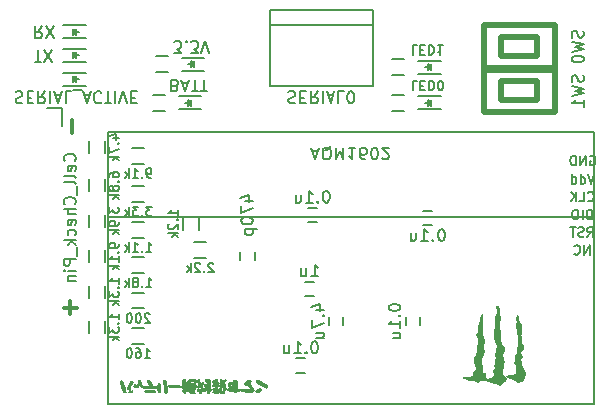
<source format=gbr>
G04 #@! TF.GenerationSoftware,KiCad,Pcbnew,(5.0.0)*
G04 #@! TF.CreationDate,2019-03-01T17:45:54+09:00*
G04 #@! TF.ProjectId,Lipo_Alarm,4C69706F5F416C61726D2E6B69636164,rev?*
G04 #@! TF.SameCoordinates,Original*
G04 #@! TF.FileFunction,Legend,Bot*
G04 #@! TF.FilePolarity,Positive*
%FSLAX46Y46*%
G04 Gerber Fmt 4.6, Leading zero omitted, Abs format (unit mm)*
G04 Created by KiCad (PCBNEW (5.0.0)) date 03/01/19 17:45:54*
%MOMM*%
%LPD*%
G01*
G04 APERTURE LIST*
%ADD10C,0.200000*%
%ADD11C,0.300000*%
%ADD12C,0.150000*%
%ADD13C,0.500000*%
%ADD14C,0.010000*%
G04 APERTURE END LIST*
D10*
X158228571Y-93361904D02*
X158228571Y-92561904D01*
X157771428Y-93361904D01*
X157771428Y-92561904D01*
X156933333Y-93285714D02*
X156971428Y-93323809D01*
X157085714Y-93361904D01*
X157161904Y-93361904D01*
X157276190Y-93323809D01*
X157352380Y-93247619D01*
X157390476Y-93171428D01*
X157428571Y-93019047D01*
X157428571Y-92904761D01*
X157390476Y-92752380D01*
X157352380Y-92676190D01*
X157276190Y-92600000D01*
X157161904Y-92561904D01*
X157085714Y-92561904D01*
X156971428Y-92600000D01*
X156933333Y-92638095D01*
X158038095Y-91861904D02*
X158304761Y-91480952D01*
X158495238Y-91861904D02*
X158495238Y-91061904D01*
X158190476Y-91061904D01*
X158114285Y-91100000D01*
X158076190Y-91138095D01*
X158038095Y-91214285D01*
X158038095Y-91328571D01*
X158076190Y-91404761D01*
X158114285Y-91442857D01*
X158190476Y-91480952D01*
X158495238Y-91480952D01*
X157733333Y-91823809D02*
X157619047Y-91861904D01*
X157428571Y-91861904D01*
X157352380Y-91823809D01*
X157314285Y-91785714D01*
X157276190Y-91709523D01*
X157276190Y-91633333D01*
X157314285Y-91557142D01*
X157352380Y-91519047D01*
X157428571Y-91480952D01*
X157580952Y-91442857D01*
X157657142Y-91404761D01*
X157695238Y-91366666D01*
X157733333Y-91290476D01*
X157733333Y-91214285D01*
X157695238Y-91138095D01*
X157657142Y-91100000D01*
X157580952Y-91061904D01*
X157390476Y-91061904D01*
X157276190Y-91100000D01*
X157047619Y-91061904D02*
X156590476Y-91061904D01*
X156819047Y-91861904D02*
X156819047Y-91061904D01*
X158419047Y-90361904D02*
X158419047Y-89561904D01*
X158228571Y-89561904D01*
X158114285Y-89600000D01*
X158038095Y-89676190D01*
X158000000Y-89752380D01*
X157961904Y-89904761D01*
X157961904Y-90019047D01*
X158000000Y-90171428D01*
X158038095Y-90247619D01*
X158114285Y-90323809D01*
X158228571Y-90361904D01*
X158419047Y-90361904D01*
X157619047Y-90361904D02*
X157619047Y-89561904D01*
X157085714Y-89561904D02*
X156933333Y-89561904D01*
X156857142Y-89600000D01*
X156780952Y-89676190D01*
X156742857Y-89828571D01*
X156742857Y-90095238D01*
X156780952Y-90247619D01*
X156857142Y-90323809D01*
X156933333Y-90361904D01*
X157085714Y-90361904D01*
X157161904Y-90323809D01*
X157238095Y-90247619D01*
X157276190Y-90095238D01*
X157276190Y-89828571D01*
X157238095Y-89676190D01*
X157161904Y-89600000D01*
X157085714Y-89561904D01*
X158076190Y-88785714D02*
X158114285Y-88823809D01*
X158228571Y-88861904D01*
X158304761Y-88861904D01*
X158419047Y-88823809D01*
X158495238Y-88747619D01*
X158533333Y-88671428D01*
X158571428Y-88519047D01*
X158571428Y-88404761D01*
X158533333Y-88252380D01*
X158495238Y-88176190D01*
X158419047Y-88100000D01*
X158304761Y-88061904D01*
X158228571Y-88061904D01*
X158114285Y-88100000D01*
X158076190Y-88138095D01*
X157352380Y-88861904D02*
X157733333Y-88861904D01*
X157733333Y-88061904D01*
X157085714Y-88861904D02*
X157085714Y-88061904D01*
X156628571Y-88861904D02*
X156971428Y-88404761D01*
X156628571Y-88061904D02*
X157085714Y-88519047D01*
X158590476Y-86561904D02*
X158323809Y-87361904D01*
X158057142Y-86561904D01*
X157447619Y-87361904D02*
X157447619Y-86561904D01*
X157447619Y-87323809D02*
X157523809Y-87361904D01*
X157676190Y-87361904D01*
X157752380Y-87323809D01*
X157790476Y-87285714D01*
X157828571Y-87209523D01*
X157828571Y-86980952D01*
X157790476Y-86904761D01*
X157752380Y-86866666D01*
X157676190Y-86828571D01*
X157523809Y-86828571D01*
X157447619Y-86866666D01*
X156723809Y-87361904D02*
X156723809Y-86561904D01*
X156723809Y-87323809D02*
X156800000Y-87361904D01*
X156952380Y-87361904D01*
X157028571Y-87323809D01*
X157066666Y-87285714D01*
X157104761Y-87209523D01*
X157104761Y-86980952D01*
X157066666Y-86904761D01*
X157028571Y-86866666D01*
X156952380Y-86828571D01*
X156800000Y-86828571D01*
X156723809Y-86866666D01*
X158259523Y-85050000D02*
X158335714Y-85011904D01*
X158450000Y-85011904D01*
X158564285Y-85050000D01*
X158640476Y-85126190D01*
X158678571Y-85202380D01*
X158716666Y-85354761D01*
X158716666Y-85469047D01*
X158678571Y-85621428D01*
X158640476Y-85697619D01*
X158564285Y-85773809D01*
X158450000Y-85811904D01*
X158373809Y-85811904D01*
X158259523Y-85773809D01*
X158221428Y-85735714D01*
X158221428Y-85469047D01*
X158373809Y-85469047D01*
X157878571Y-85811904D02*
X157878571Y-85011904D01*
X157421428Y-85811904D01*
X157421428Y-85011904D01*
X157040476Y-85811904D02*
X157040476Y-85011904D01*
X156850000Y-85011904D01*
X156735714Y-85050000D01*
X156659523Y-85126190D01*
X156621428Y-85202380D01*
X156583333Y-85354761D01*
X156583333Y-85469047D01*
X156621428Y-85621428D01*
X156659523Y-85697619D01*
X156735714Y-85773809D01*
X156850000Y-85811904D01*
X157040476Y-85811904D01*
D11*
X114821428Y-97857142D02*
X113678571Y-97857142D01*
X114250000Y-98428571D02*
X114250000Y-97285714D01*
X114357142Y-81928571D02*
X114357142Y-83071428D01*
D12*
G04 #@! TO.C,C2*
X134100000Y-102150000D02*
X133400000Y-102150000D01*
X133400000Y-103350000D02*
X134100000Y-103350000D01*
G04 #@! TO.C,C4*
X137350000Y-99350000D02*
X137350000Y-98650000D01*
X136150000Y-98650000D02*
X136150000Y-99350000D01*
G04 #@! TO.C,C5*
X142650000Y-98650000D02*
X142650000Y-99350000D01*
X143850000Y-99350000D02*
X143850000Y-98650000D01*
G04 #@! TO.C,C6*
X144850000Y-89650000D02*
X144150000Y-89650000D01*
X144150000Y-90850000D02*
X144850000Y-90850000D01*
G04 #@! TO.C,C8*
X135100000Y-89400000D02*
X134400000Y-89400000D01*
X134400000Y-90600000D02*
X135100000Y-90600000D01*
G04 #@! TO.C,C10*
X134150000Y-96850000D02*
X134850000Y-96850000D01*
X134850000Y-95650000D02*
X134150000Y-95650000D01*
G04 #@! TO.C,D8*
X144500000Y-80750000D02*
X144750000Y-80500000D01*
X144500000Y-80250000D02*
X144500000Y-80750000D01*
X144750000Y-80500000D02*
X144500000Y-80250000D01*
X144750000Y-80250000D02*
X144750000Y-80750000D01*
X144700000Y-80500000D02*
X144250000Y-80500000D01*
X145600000Y-79950000D02*
X143700000Y-79950000D01*
X145600000Y-81050000D02*
X143700000Y-81050000D01*
G04 #@! TO.C,D9*
X125350000Y-81050000D02*
X123450000Y-81050000D01*
X125350000Y-79950000D02*
X123450000Y-79950000D01*
X124450000Y-80500000D02*
X124000000Y-80500000D01*
X124500000Y-80250000D02*
X124500000Y-80750000D01*
X124500000Y-80500000D02*
X124250000Y-80250000D01*
X124250000Y-80250000D02*
X124250000Y-80750000D01*
X124250000Y-80750000D02*
X124500000Y-80500000D01*
G04 #@! TO.C,D10*
X124500000Y-77500000D02*
X124750000Y-77250000D01*
X124500000Y-77000000D02*
X124500000Y-77500000D01*
X124750000Y-77250000D02*
X124500000Y-77000000D01*
X124750000Y-77000000D02*
X124750000Y-77500000D01*
X124700000Y-77250000D02*
X124250000Y-77250000D01*
X125600000Y-76700000D02*
X123700000Y-76700000D01*
X125600000Y-77800000D02*
X123700000Y-77800000D01*
G04 #@! TO.C,R3*
X117175000Y-84750000D02*
X117175000Y-83750000D01*
X115825000Y-83750000D02*
X115825000Y-84750000D01*
G04 #@! TO.C,R4*
X119500000Y-85675000D02*
X120500000Y-85675000D01*
X120500000Y-84325000D02*
X119500000Y-84325000D01*
G04 #@! TO.C,R7*
X117175000Y-88000000D02*
X117175000Y-87000000D01*
X115825000Y-87000000D02*
X115825000Y-88000000D01*
G04 #@! TO.C,R8*
X119500000Y-88925000D02*
X120500000Y-88925000D01*
X120500000Y-87575000D02*
X119500000Y-87575000D01*
G04 #@! TO.C,R10*
X115825000Y-90000000D02*
X115825000Y-91000000D01*
X117175000Y-91000000D02*
X117175000Y-90000000D01*
G04 #@! TO.C,R11*
X120500000Y-90575000D02*
X119500000Y-90575000D01*
X119500000Y-91925000D02*
X120500000Y-91925000D01*
G04 #@! TO.C,R12*
X115825000Y-93000000D02*
X115825000Y-94000000D01*
X117175000Y-94000000D02*
X117175000Y-93000000D01*
G04 #@! TO.C,R13*
X120500000Y-93575000D02*
X119500000Y-93575000D01*
X119500000Y-94925000D02*
X120500000Y-94925000D01*
G04 #@! TO.C,R16*
X122250000Y-79825000D02*
X121250000Y-79825000D01*
X121250000Y-81175000D02*
X122250000Y-81175000D01*
G04 #@! TO.C,R17*
X121500000Y-77925000D02*
X122500000Y-77925000D01*
X122500000Y-76575000D02*
X121500000Y-76575000D01*
G04 #@! TO.C,R18*
X117175000Y-97000000D02*
X117175000Y-96000000D01*
X115825000Y-96000000D02*
X115825000Y-97000000D01*
G04 #@! TO.C,R19*
X119500000Y-97925000D02*
X120500000Y-97925000D01*
X120500000Y-96575000D02*
X119500000Y-96575000D01*
G04 #@! TO.C,R20*
X141500000Y-81175000D02*
X142500000Y-81175000D01*
X142500000Y-79825000D02*
X141500000Y-79825000D01*
G04 #@! TO.C,R21*
X115825000Y-99000000D02*
X115825000Y-100000000D01*
X117175000Y-100000000D02*
X117175000Y-99000000D01*
G04 #@! TO.C,R22*
X119500000Y-100925000D02*
X120500000Y-100925000D01*
X120500000Y-99575000D02*
X119500000Y-99575000D01*
D13*
G04 #@! TO.C,SW2*
X149250000Y-73950000D02*
X155250000Y-73950000D01*
X149250000Y-77550000D02*
X149250000Y-73950000D01*
X155250000Y-77550000D02*
X149250000Y-77550000D01*
X155250000Y-73950000D02*
X155250000Y-77550000D01*
X150750000Y-74950000D02*
X153750000Y-74950000D01*
X150750000Y-76550000D02*
X150750000Y-74950000D01*
X153750000Y-76550000D02*
X150750000Y-76550000D01*
X153750000Y-74950000D02*
X153750000Y-76550000D01*
G04 #@! TO.C,SW3*
X153750000Y-78700000D02*
X153750000Y-80300000D01*
X153750000Y-80300000D02*
X150750000Y-80300000D01*
X150750000Y-80300000D02*
X150750000Y-78700000D01*
X150750000Y-78700000D02*
X153750000Y-78700000D01*
X155250000Y-77700000D02*
X155250000Y-81300000D01*
X155250000Y-81300000D02*
X149250000Y-81300000D01*
X149250000Y-81300000D02*
X149250000Y-77700000D01*
X149250000Y-77700000D02*
X155250000Y-77700000D01*
D12*
G04 #@! TO.C,U2*
X117400000Y-90220000D02*
X158600000Y-90220000D01*
X117400000Y-82970000D02*
X117400000Y-106030000D01*
X158600000Y-82970000D02*
X117400000Y-82970000D01*
X158600000Y-106030000D02*
X158600000Y-82970000D01*
X117400000Y-106030000D02*
X158600000Y-106030000D01*
G04 #@! TO.C,C15*
X128650000Y-93150000D02*
X128650000Y-93850000D01*
X129850000Y-93850000D02*
X129850000Y-93150000D01*
G04 #@! TO.C,D12*
X144500000Y-77750000D02*
X144750000Y-77500000D01*
X144500000Y-77250000D02*
X144500000Y-77750000D01*
X144750000Y-77500000D02*
X144500000Y-77250000D01*
X144750000Y-77250000D02*
X144750000Y-77750000D01*
X144700000Y-77500000D02*
X144250000Y-77500000D01*
X145600000Y-76950000D02*
X143700000Y-76950000D01*
X145600000Y-78050000D02*
X143700000Y-78050000D01*
G04 #@! TO.C,R23*
X123825000Y-90250000D02*
X123825000Y-91250000D01*
X125175000Y-91250000D02*
X125175000Y-90250000D01*
G04 #@! TO.C,R25*
X125750000Y-92325000D02*
X124750000Y-92325000D01*
X124750000Y-93675000D02*
X125750000Y-93675000D01*
G04 #@! TO.C,R26*
X141500000Y-78175000D02*
X142500000Y-78175000D01*
X142500000Y-76825000D02*
X141500000Y-76825000D01*
G04 #@! TO.C,P2*
X112250000Y-80950000D02*
X113550000Y-80950000D01*
X113550000Y-80950000D02*
X113550000Y-82500000D01*
G04 #@! TO.C,D13*
X113650000Y-73950000D02*
X115550000Y-73950000D01*
X113650000Y-75050000D02*
X115550000Y-75050000D01*
X114550000Y-74500000D02*
X115000000Y-74500000D01*
X114500000Y-74750000D02*
X114500000Y-74250000D01*
X114500000Y-74500000D02*
X114750000Y-74750000D01*
X114750000Y-74750000D02*
X114750000Y-74250000D01*
X114750000Y-74250000D02*
X114500000Y-74500000D01*
G04 #@! TO.C,D14*
X114750000Y-76250000D02*
X114500000Y-76500000D01*
X114750000Y-76750000D02*
X114750000Y-76250000D01*
X114500000Y-76500000D02*
X114750000Y-76750000D01*
X114500000Y-76750000D02*
X114500000Y-76250000D01*
X114550000Y-76500000D02*
X115000000Y-76500000D01*
X113650000Y-77050000D02*
X115550000Y-77050000D01*
X113650000Y-75950000D02*
X115550000Y-75950000D01*
G04 #@! TO.C,D15*
X114750000Y-78250000D02*
X114500000Y-78500000D01*
X114750000Y-78750000D02*
X114750000Y-78250000D01*
X114500000Y-78500000D02*
X114750000Y-78750000D01*
X114500000Y-78750000D02*
X114500000Y-78250000D01*
X114550000Y-78500000D02*
X115000000Y-78500000D01*
X113650000Y-79050000D02*
X115550000Y-79050000D01*
X113650000Y-77950000D02*
X115550000Y-77950000D01*
G04 #@! TO.C,P3*
X131149100Y-72682540D02*
X131149100Y-79087540D01*
X139849100Y-73912540D02*
X131149100Y-73912540D01*
X139849100Y-79087540D02*
X139849100Y-72682540D01*
X131149100Y-79087540D02*
X139849100Y-79087540D01*
X131149100Y-72682540D02*
X139849100Y-72682540D01*
D14*
G04 #@! TO.C,U6*
G36*
X150606152Y-104364197D02*
X150624458Y-104357779D01*
X150631769Y-104342483D01*
X150633331Y-104332158D01*
X150643277Y-104305863D01*
X150669700Y-104288826D01*
X150681800Y-104284533D01*
X150717946Y-104265507D01*
X150730118Y-104243124D01*
X150744476Y-104219028D01*
X150771631Y-104208469D01*
X150801815Y-104195164D01*
X150838155Y-104169280D01*
X150859335Y-104149870D01*
X150900561Y-104114367D01*
X150935491Y-104099570D01*
X150945171Y-104098800D01*
X150990047Y-104090940D01*
X151020282Y-104065628D01*
X151038255Y-104020270D01*
X151043047Y-103992073D01*
X151051741Y-103943411D01*
X151065815Y-103914459D01*
X151089901Y-103899539D01*
X151123485Y-103893463D01*
X151165019Y-103889250D01*
X151036350Y-103743200D01*
X150965961Y-103661006D01*
X150910983Y-103589611D01*
X150870018Y-103524280D01*
X150841667Y-103460280D01*
X150824532Y-103392875D01*
X150817215Y-103317331D01*
X150818318Y-103228912D01*
X150826441Y-103122884D01*
X150833344Y-103055819D01*
X150848853Y-102913146D01*
X150861965Y-102793671D01*
X150872991Y-102695338D01*
X150882246Y-102616091D01*
X150890042Y-102553872D01*
X150896691Y-102506626D01*
X150902507Y-102472295D01*
X150907803Y-102448824D01*
X150912890Y-102434155D01*
X150918083Y-102426233D01*
X150923693Y-102423001D01*
X150929691Y-102422400D01*
X150944299Y-102412371D01*
X150947555Y-102386186D01*
X150940783Y-102349705D01*
X150925304Y-102308785D01*
X150902441Y-102269285D01*
X150892111Y-102255889D01*
X150876213Y-102234616D01*
X150866528Y-102212522D01*
X150861547Y-102182656D01*
X150859763Y-102138064D01*
X150859600Y-102105894D01*
X150858862Y-102050535D01*
X150855840Y-102014432D01*
X150849319Y-101991462D01*
X150838083Y-101975506D01*
X150832699Y-101970344D01*
X150818200Y-101954144D01*
X150811121Y-101934106D01*
X150810056Y-101902677D01*
X150812703Y-101862894D01*
X150817057Y-101825193D01*
X150824604Y-101785870D01*
X150836583Y-101740917D01*
X150854235Y-101686325D01*
X150878799Y-101618087D01*
X150911515Y-101532195D01*
X150928353Y-101488950D01*
X150956962Y-101401823D01*
X150971797Y-101323792D01*
X150972466Y-101258609D01*
X150958580Y-101210025D01*
X150957574Y-101208234D01*
X150929525Y-101168433D01*
X150891678Y-101125811D01*
X150850945Y-101087222D01*
X150814240Y-101059518D01*
X150800099Y-101052106D01*
X150762501Y-101024296D01*
X150740118Y-100977132D01*
X150732601Y-100909872D01*
X150732600Y-100908797D01*
X150725981Y-100853990D01*
X150708371Y-100804645D01*
X150683143Y-100768837D01*
X150670175Y-100759276D01*
X150647899Y-100733883D01*
X150643700Y-100709166D01*
X150635754Y-100673015D01*
X150618300Y-100640935D01*
X150606496Y-100622406D01*
X150598971Y-100599170D01*
X150594831Y-100565439D01*
X150593180Y-100515427D01*
X150593011Y-100477297D01*
X150594057Y-100410804D01*
X150596812Y-100329756D01*
X150600844Y-100244909D01*
X150605186Y-100174500D01*
X150609129Y-100007128D01*
X150599073Y-99827104D01*
X150575607Y-99642567D01*
X150560501Y-99558550D01*
X150549192Y-99474259D01*
X150544016Y-99373473D01*
X150544706Y-99264282D01*
X150550999Y-99154774D01*
X150562630Y-99053035D01*
X150579333Y-98967155D01*
X150579931Y-98964825D01*
X150597404Y-98904894D01*
X150612816Y-98867419D01*
X150625611Y-98853736D01*
X150626209Y-98853700D01*
X150642177Y-98862892D01*
X150643894Y-98869575D01*
X150648285Y-98876187D01*
X150656400Y-98866400D01*
X150666130Y-98834889D01*
X150667923Y-98787852D01*
X150663007Y-98731048D01*
X150652608Y-98670235D01*
X150637953Y-98611171D01*
X150620268Y-98559614D01*
X150600782Y-98521323D01*
X150580720Y-98502055D01*
X150578623Y-98501368D01*
X150567681Y-98495871D01*
X150560474Y-98483084D01*
X150556078Y-98458272D01*
X150553568Y-98416701D01*
X150552261Y-98366444D01*
X150551527Y-98292614D01*
X150551786Y-98208196D01*
X150552965Y-98127981D01*
X150553559Y-98104400D01*
X150554808Y-98043220D01*
X150553830Y-98001590D01*
X150549831Y-97973701D01*
X150542017Y-97953743D01*
X150530697Y-97937297D01*
X150511985Y-97905613D01*
X150504003Y-97876170D01*
X150504000Y-97875717D01*
X150493506Y-97827999D01*
X150464731Y-97775319D01*
X150421734Y-97724800D01*
X150413757Y-97717349D01*
X150376592Y-97686204D01*
X150352076Y-97674030D01*
X150337519Y-97682411D01*
X150330229Y-97712932D01*
X150327515Y-97767179D01*
X150327496Y-97768143D01*
X150327650Y-97819838D01*
X150331130Y-97851191D01*
X150338773Y-97867140D01*
X150344973Y-97871102D01*
X150359534Y-97888567D01*
X150364300Y-97915209D01*
X150368456Y-97946545D01*
X150379260Y-97991042D01*
X150391802Y-98031325D01*
X150412971Y-98104534D01*
X150419032Y-98163401D01*
X150409529Y-98214333D01*
X150384008Y-98263734D01*
X150374331Y-98277616D01*
X150301144Y-98396871D01*
X150251389Y-98520937D01*
X150244506Y-98545594D01*
X150239007Y-98570315D01*
X150234704Y-98599145D01*
X150231516Y-98634992D01*
X150229361Y-98680763D01*
X150228156Y-98739367D01*
X150227820Y-98813711D01*
X150228271Y-98906705D01*
X150229426Y-99021256D01*
X150229929Y-99062798D01*
X150235417Y-99502572D01*
X150198410Y-99581653D01*
X150164961Y-99667824D01*
X150151862Y-99740647D01*
X150158905Y-99801694D01*
X150166851Y-99822195D01*
X150179447Y-99852226D01*
X150180830Y-99874598D01*
X150170509Y-99901777D01*
X150163140Y-99916500D01*
X150125107Y-100007830D01*
X150104367Y-100102166D01*
X150099324Y-100207668D01*
X150100350Y-100237177D01*
X150101740Y-100266932D01*
X150103226Y-100292361D01*
X150105579Y-100316100D01*
X150109568Y-100340786D01*
X150115964Y-100369057D01*
X150125537Y-100403549D01*
X150139057Y-100446900D01*
X150157295Y-100501745D01*
X150181019Y-100570723D01*
X150211001Y-100656470D01*
X150248011Y-100761624D01*
X150280174Y-100852909D01*
X150302359Y-100913602D01*
X150322871Y-100965543D01*
X150339740Y-101004035D01*
X150350999Y-101024382D01*
X150352780Y-101026130D01*
X150359393Y-101035644D01*
X150361706Y-101055311D01*
X150359360Y-101087847D01*
X150351994Y-101135968D01*
X150339249Y-101202386D01*
X150320766Y-101289819D01*
X150313322Y-101323850D01*
X150282120Y-101475158D01*
X150259843Y-101606810D01*
X150246227Y-101722833D01*
X150241008Y-101827250D01*
X150243921Y-101924087D01*
X150254702Y-102017369D01*
X150264296Y-102070634D01*
X150271984Y-102112257D01*
X150273009Y-102136685D01*
X150266256Y-102151509D01*
X150250612Y-102164321D01*
X150250543Y-102164369D01*
X150225758Y-102186250D01*
X150208179Y-102214366D01*
X150197039Y-102252614D01*
X150191571Y-102304893D01*
X150191006Y-102375099D01*
X150193835Y-102452340D01*
X150197076Y-102524008D01*
X150198408Y-102575256D01*
X150197429Y-102611019D01*
X150193735Y-102636233D01*
X150186923Y-102655832D01*
X150176592Y-102674753D01*
X150175535Y-102676492D01*
X150159638Y-102707206D01*
X150151389Y-102738453D01*
X150150765Y-102775984D01*
X150157745Y-102825549D01*
X150172304Y-102892899D01*
X150174642Y-102902795D01*
X150188459Y-102969564D01*
X150192004Y-103018228D01*
X150183837Y-103054496D01*
X150162517Y-103084080D01*
X150126604Y-103112688D01*
X150120675Y-103116709D01*
X150087045Y-103141911D01*
X150069857Y-103164869D01*
X150062924Y-103194872D01*
X150062058Y-103204700D01*
X150063937Y-103240962D01*
X150072327Y-103292295D01*
X150085650Y-103349694D01*
X150090633Y-103367651D01*
X150112175Y-103459371D01*
X150122113Y-103543178D01*
X150119931Y-103613340D01*
X150114995Y-103638426D01*
X150098896Y-103661956D01*
X150076233Y-103667001D01*
X150035743Y-103673836D01*
X150002823Y-103696932D01*
X149972620Y-103740171D01*
X149963667Y-103757050D01*
X149931369Y-103820788D01*
X149818649Y-103817207D01*
X149761147Y-103816308D01*
X149723076Y-103818530D01*
X149698576Y-103824657D01*
X149681787Y-103835475D01*
X149681690Y-103835564D01*
X149662202Y-103847341D01*
X149632037Y-103854211D01*
X149585363Y-103857173D01*
X149553674Y-103857501D01*
X149501660Y-103856016D01*
X149465738Y-103851918D01*
X149450206Y-103845739D01*
X149449900Y-103844621D01*
X149441175Y-103828783D01*
X149419365Y-103804801D01*
X149410319Y-103796377D01*
X149370738Y-103761012D01*
X149372733Y-103624778D01*
X149372799Y-103563365D01*
X149371382Y-103506853D01*
X149368749Y-103462926D01*
X149366450Y-103444422D01*
X149360287Y-103418411D01*
X149349635Y-103405374D01*
X149327124Y-103400831D01*
X149293841Y-103400300D01*
X149251742Y-103397422D01*
X149215873Y-103386201D01*
X149175250Y-103362761D01*
X149161904Y-103353740D01*
X149094299Y-103307179D01*
X149094299Y-103101221D01*
X149094434Y-103024616D01*
X149095157Y-102969644D01*
X149096949Y-102932537D01*
X149100290Y-102909527D01*
X149105658Y-102896847D01*
X149113535Y-102890729D01*
X149121434Y-102888167D01*
X149137848Y-102880796D01*
X149144322Y-102865293D01*
X149143217Y-102834181D01*
X149142018Y-102822953D01*
X149137442Y-102794719D01*
X149128853Y-102768113D01*
X149113575Y-102738184D01*
X149088935Y-102699979D01*
X149052256Y-102648548D01*
X149035412Y-102625600D01*
X149021368Y-102605390D01*
X149012322Y-102586550D01*
X149007500Y-102563385D01*
X149006126Y-102530200D01*
X149007426Y-102481300D01*
X149009491Y-102435100D01*
X149017403Y-102335988D01*
X149032490Y-102239169D01*
X149056136Y-102139082D01*
X149089722Y-102030166D01*
X149134632Y-101906858D01*
X149151616Y-101863463D01*
X149191205Y-101762829D01*
X149221775Y-101682956D01*
X149244231Y-101621219D01*
X149259477Y-101574997D01*
X149268416Y-101541667D01*
X149271953Y-101518607D01*
X149272100Y-101513977D01*
X149266007Y-101481241D01*
X149250690Y-101438590D01*
X149230594Y-101396111D01*
X149210162Y-101363894D01*
X149202397Y-101355723D01*
X149194319Y-101344128D01*
X149188765Y-101322441D01*
X149185330Y-101286715D01*
X149183612Y-101233007D01*
X149183200Y-101168125D01*
X149183416Y-101098653D01*
X149184646Y-101049123D01*
X149187765Y-101014076D01*
X149193644Y-100988053D01*
X149203159Y-100965597D01*
X149217181Y-100941248D01*
X149220320Y-100936130D01*
X149265649Y-100845172D01*
X149291577Y-100753573D01*
X149298074Y-100665008D01*
X149285108Y-100583150D01*
X149252647Y-100511670D01*
X149224302Y-100475814D01*
X149199887Y-100441958D01*
X149193339Y-100404140D01*
X149193809Y-100393264D01*
X149191317Y-100354990D01*
X149181469Y-100305957D01*
X149171084Y-100270937D01*
X149157111Y-100225713D01*
X149147679Y-100185825D01*
X149145100Y-100164973D01*
X149135760Y-100136582D01*
X149119700Y-100127380D01*
X149105670Y-100120445D01*
X149097961Y-100104847D01*
X149094784Y-100074438D01*
X149094300Y-100040120D01*
X149096881Y-99991489D01*
X149103801Y-99928386D01*
X149113822Y-99861118D01*
X149119661Y-99828876D01*
X149133279Y-99739813D01*
X149141836Y-99643112D01*
X149145271Y-99545283D01*
X149143524Y-99452840D01*
X149136534Y-99372295D01*
X149124459Y-99310900D01*
X149117320Y-99279876D01*
X149111671Y-99239262D01*
X149107301Y-99185801D01*
X149103997Y-99116236D01*
X149101549Y-99027309D01*
X149099979Y-98933810D01*
X149098825Y-98836319D01*
X149098435Y-98760975D01*
X149098977Y-98704533D01*
X149100623Y-98663748D01*
X149103544Y-98635374D01*
X149107910Y-98616166D01*
X149113891Y-98602879D01*
X149117676Y-98597260D01*
X149131087Y-98569092D01*
X149137821Y-98526559D01*
X149139131Y-98479348D01*
X149137989Y-98431814D01*
X149134131Y-98404071D01*
X149126150Y-98390545D01*
X149115566Y-98386157D01*
X149095705Y-98388288D01*
X149075669Y-98405001D01*
X149052733Y-98439499D01*
X149025733Y-98491750D01*
X149007952Y-98531768D01*
X148992296Y-98575224D01*
X148977979Y-98625662D01*
X148964211Y-98686630D01*
X148950205Y-98761672D01*
X148935173Y-98854335D01*
X148918328Y-98968164D01*
X148915546Y-98987635D01*
X148875870Y-99266354D01*
X148827124Y-99319237D01*
X148794557Y-99361831D01*
X148774663Y-99402737D01*
X148771808Y-99414535D01*
X148767384Y-99453515D01*
X148762833Y-99511104D01*
X148758500Y-99580515D01*
X148754726Y-99654961D01*
X148751856Y-99727656D01*
X148750233Y-99791813D01*
X148750201Y-99840645D01*
X148750216Y-99841310D01*
X148749161Y-99894994D01*
X148740641Y-99936148D01*
X148721085Y-99973635D01*
X148686923Y-100016318D01*
X148673827Y-100030875D01*
X148638742Y-100073815D01*
X148619143Y-100112279D01*
X148615262Y-100151291D01*
X148627327Y-100195877D01*
X148655569Y-100251061D01*
X148686141Y-100300320D01*
X148711561Y-100342390D01*
X148730222Y-100378494D01*
X148738559Y-100401639D01*
X148738700Y-100403455D01*
X148743670Y-100427082D01*
X148756377Y-100463529D01*
X148766267Y-100487211D01*
X148786033Y-100555316D01*
X148794062Y-100639807D01*
X148790828Y-100734798D01*
X148776805Y-100834402D01*
X148752465Y-100932733D01*
X148724164Y-101010578D01*
X148715455Y-101034354D01*
X148709140Y-101061750D01*
X148704859Y-101097126D01*
X148702250Y-101144839D01*
X148700951Y-101209245D01*
X148700600Y-101294368D01*
X148700395Y-101376756D01*
X148699514Y-101437798D01*
X148697557Y-101481546D01*
X148694125Y-101512052D01*
X148688817Y-101533367D01*
X148681234Y-101549545D01*
X148674399Y-101559924D01*
X148658978Y-101590539D01*
X148642890Y-101636723D01*
X148629411Y-101688952D01*
X148628451Y-101693559D01*
X148614999Y-101747105D01*
X148599442Y-101789917D01*
X148584801Y-101814299D01*
X148566916Y-101845540D01*
X148560899Y-101879475D01*
X148554901Y-101913030D01*
X148533202Y-101941874D01*
X148517547Y-101955341D01*
X148465176Y-102012761D01*
X148428358Y-102086960D01*
X148409037Y-102173269D01*
X148406553Y-102221875D01*
X148407098Y-102251986D01*
X148408905Y-102280027D01*
X148412808Y-102309439D01*
X148419639Y-102343663D01*
X148430231Y-102386139D01*
X148445415Y-102440308D01*
X148466025Y-102509611D01*
X148492893Y-102597489D01*
X148513871Y-102665435D01*
X148533312Y-102734130D01*
X148550318Y-102804906D01*
X148562783Y-102868375D01*
X148567995Y-102906735D01*
X148571295Y-102984751D01*
X148563374Y-103046959D01*
X148541421Y-103101342D01*
X148502623Y-103155880D01*
X148465938Y-103196341D01*
X148411781Y-103255458D01*
X148374305Y-103304895D01*
X148350587Y-103351124D01*
X148337704Y-103400615D01*
X148332734Y-103459839D01*
X148332300Y-103492187D01*
X148331443Y-103548395D01*
X148328114Y-103585378D01*
X148321172Y-103609278D01*
X148309474Y-103626235D01*
X148306899Y-103628900D01*
X148280030Y-103647870D01*
X148258043Y-103654301D01*
X148232237Y-103662341D01*
X148204068Y-103681205D01*
X148189010Y-103692871D01*
X148172133Y-103700150D01*
X148148047Y-103703637D01*
X148111363Y-103703925D01*
X148056691Y-103701607D01*
X148031315Y-103700236D01*
X147943585Y-103697970D01*
X147879719Y-103702175D01*
X147839949Y-103712815D01*
X147824508Y-103729852D01*
X147824300Y-103732539D01*
X147812356Y-103736361D01*
X147779546Y-103739577D01*
X147730402Y-103741915D01*
X147669456Y-103743105D01*
X147645568Y-103743200D01*
X147574527Y-103743498D01*
X147525210Y-103744676D01*
X147493946Y-103747165D01*
X147477063Y-103751394D01*
X147470891Y-103757792D01*
X147470943Y-103763630D01*
X147481749Y-103774293D01*
X147511605Y-103789347D01*
X147561889Y-103809338D01*
X147633977Y-103834816D01*
X147727626Y-103865804D01*
X147868170Y-103909050D01*
X147990663Y-103941598D01*
X148099647Y-103964351D01*
X148199666Y-103978212D01*
X148295265Y-103984086D01*
X148324108Y-103984426D01*
X148377189Y-103985474D01*
X148413852Y-103989988D01*
X148443047Y-104000163D01*
X148473725Y-104018199D01*
X148480724Y-104022874D01*
X148566484Y-104075284D01*
X148642342Y-104109433D01*
X148689520Y-104123151D01*
X148729939Y-104129164D01*
X148761576Y-104123573D01*
X148789506Y-104109971D01*
X148826267Y-104083008D01*
X148856796Y-104050414D01*
X148859782Y-104046082D01*
X148884750Y-104007657D01*
X149011750Y-104015151D01*
X149100067Y-104017741D01*
X149167063Y-104013276D01*
X149215989Y-104001110D01*
X149250102Y-103980603D01*
X149263887Y-103965317D01*
X149282525Y-103944319D01*
X149303324Y-103937082D01*
X149337066Y-103940139D01*
X149340442Y-103940691D01*
X149395452Y-103953735D01*
X149435992Y-103974426D01*
X149463561Y-103998162D01*
X149491632Y-104016793D01*
X149514615Y-104022601D01*
X149545336Y-104028672D01*
X149574940Y-104041114D01*
X149641731Y-104072497D01*
X149729353Y-104105451D01*
X149833404Y-104138643D01*
X149949481Y-104170740D01*
X150073182Y-104200411D01*
X150164793Y-104219583D01*
X150224852Y-104232288D01*
X150276674Y-104244971D01*
X150314607Y-104256134D01*
X150332757Y-104264072D01*
X150355101Y-104275314D01*
X150392346Y-104287543D01*
X150417963Y-104293951D01*
X150463906Y-104307612D01*
X150489890Y-104325119D01*
X150497486Y-104337104D01*
X150509919Y-104355029D01*
X150531619Y-104363440D01*
X150569667Y-104365501D01*
X150606152Y-104364197D01*
X150606152Y-104364197D01*
G37*
X150606152Y-104364197D02*
X150624458Y-104357779D01*
X150631769Y-104342483D01*
X150633331Y-104332158D01*
X150643277Y-104305863D01*
X150669700Y-104288826D01*
X150681800Y-104284533D01*
X150717946Y-104265507D01*
X150730118Y-104243124D01*
X150744476Y-104219028D01*
X150771631Y-104208469D01*
X150801815Y-104195164D01*
X150838155Y-104169280D01*
X150859335Y-104149870D01*
X150900561Y-104114367D01*
X150935491Y-104099570D01*
X150945171Y-104098800D01*
X150990047Y-104090940D01*
X151020282Y-104065628D01*
X151038255Y-104020270D01*
X151043047Y-103992073D01*
X151051741Y-103943411D01*
X151065815Y-103914459D01*
X151089901Y-103899539D01*
X151123485Y-103893463D01*
X151165019Y-103889250D01*
X151036350Y-103743200D01*
X150965961Y-103661006D01*
X150910983Y-103589611D01*
X150870018Y-103524280D01*
X150841667Y-103460280D01*
X150824532Y-103392875D01*
X150817215Y-103317331D01*
X150818318Y-103228912D01*
X150826441Y-103122884D01*
X150833344Y-103055819D01*
X150848853Y-102913146D01*
X150861965Y-102793671D01*
X150872991Y-102695338D01*
X150882246Y-102616091D01*
X150890042Y-102553872D01*
X150896691Y-102506626D01*
X150902507Y-102472295D01*
X150907803Y-102448824D01*
X150912890Y-102434155D01*
X150918083Y-102426233D01*
X150923693Y-102423001D01*
X150929691Y-102422400D01*
X150944299Y-102412371D01*
X150947555Y-102386186D01*
X150940783Y-102349705D01*
X150925304Y-102308785D01*
X150902441Y-102269285D01*
X150892111Y-102255889D01*
X150876213Y-102234616D01*
X150866528Y-102212522D01*
X150861547Y-102182656D01*
X150859763Y-102138064D01*
X150859600Y-102105894D01*
X150858862Y-102050535D01*
X150855840Y-102014432D01*
X150849319Y-101991462D01*
X150838083Y-101975506D01*
X150832699Y-101970344D01*
X150818200Y-101954144D01*
X150811121Y-101934106D01*
X150810056Y-101902677D01*
X150812703Y-101862894D01*
X150817057Y-101825193D01*
X150824604Y-101785870D01*
X150836583Y-101740917D01*
X150854235Y-101686325D01*
X150878799Y-101618087D01*
X150911515Y-101532195D01*
X150928353Y-101488950D01*
X150956962Y-101401823D01*
X150971797Y-101323792D01*
X150972466Y-101258609D01*
X150958580Y-101210025D01*
X150957574Y-101208234D01*
X150929525Y-101168433D01*
X150891678Y-101125811D01*
X150850945Y-101087222D01*
X150814240Y-101059518D01*
X150800099Y-101052106D01*
X150762501Y-101024296D01*
X150740118Y-100977132D01*
X150732601Y-100909872D01*
X150732600Y-100908797D01*
X150725981Y-100853990D01*
X150708371Y-100804645D01*
X150683143Y-100768837D01*
X150670175Y-100759276D01*
X150647899Y-100733883D01*
X150643700Y-100709166D01*
X150635754Y-100673015D01*
X150618300Y-100640935D01*
X150606496Y-100622406D01*
X150598971Y-100599170D01*
X150594831Y-100565439D01*
X150593180Y-100515427D01*
X150593011Y-100477297D01*
X150594057Y-100410804D01*
X150596812Y-100329756D01*
X150600844Y-100244909D01*
X150605186Y-100174500D01*
X150609129Y-100007128D01*
X150599073Y-99827104D01*
X150575607Y-99642567D01*
X150560501Y-99558550D01*
X150549192Y-99474259D01*
X150544016Y-99373473D01*
X150544706Y-99264282D01*
X150550999Y-99154774D01*
X150562630Y-99053035D01*
X150579333Y-98967155D01*
X150579931Y-98964825D01*
X150597404Y-98904894D01*
X150612816Y-98867419D01*
X150625611Y-98853736D01*
X150626209Y-98853700D01*
X150642177Y-98862892D01*
X150643894Y-98869575D01*
X150648285Y-98876187D01*
X150656400Y-98866400D01*
X150666130Y-98834889D01*
X150667923Y-98787852D01*
X150663007Y-98731048D01*
X150652608Y-98670235D01*
X150637953Y-98611171D01*
X150620268Y-98559614D01*
X150600782Y-98521323D01*
X150580720Y-98502055D01*
X150578623Y-98501368D01*
X150567681Y-98495871D01*
X150560474Y-98483084D01*
X150556078Y-98458272D01*
X150553568Y-98416701D01*
X150552261Y-98366444D01*
X150551527Y-98292614D01*
X150551786Y-98208196D01*
X150552965Y-98127981D01*
X150553559Y-98104400D01*
X150554808Y-98043220D01*
X150553830Y-98001590D01*
X150549831Y-97973701D01*
X150542017Y-97953743D01*
X150530697Y-97937297D01*
X150511985Y-97905613D01*
X150504003Y-97876170D01*
X150504000Y-97875717D01*
X150493506Y-97827999D01*
X150464731Y-97775319D01*
X150421734Y-97724800D01*
X150413757Y-97717349D01*
X150376592Y-97686204D01*
X150352076Y-97674030D01*
X150337519Y-97682411D01*
X150330229Y-97712932D01*
X150327515Y-97767179D01*
X150327496Y-97768143D01*
X150327650Y-97819838D01*
X150331130Y-97851191D01*
X150338773Y-97867140D01*
X150344973Y-97871102D01*
X150359534Y-97888567D01*
X150364300Y-97915209D01*
X150368456Y-97946545D01*
X150379260Y-97991042D01*
X150391802Y-98031325D01*
X150412971Y-98104534D01*
X150419032Y-98163401D01*
X150409529Y-98214333D01*
X150384008Y-98263734D01*
X150374331Y-98277616D01*
X150301144Y-98396871D01*
X150251389Y-98520937D01*
X150244506Y-98545594D01*
X150239007Y-98570315D01*
X150234704Y-98599145D01*
X150231516Y-98634992D01*
X150229361Y-98680763D01*
X150228156Y-98739367D01*
X150227820Y-98813711D01*
X150228271Y-98906705D01*
X150229426Y-99021256D01*
X150229929Y-99062798D01*
X150235417Y-99502572D01*
X150198410Y-99581653D01*
X150164961Y-99667824D01*
X150151862Y-99740647D01*
X150158905Y-99801694D01*
X150166851Y-99822195D01*
X150179447Y-99852226D01*
X150180830Y-99874598D01*
X150170509Y-99901777D01*
X150163140Y-99916500D01*
X150125107Y-100007830D01*
X150104367Y-100102166D01*
X150099324Y-100207668D01*
X150100350Y-100237177D01*
X150101740Y-100266932D01*
X150103226Y-100292361D01*
X150105579Y-100316100D01*
X150109568Y-100340786D01*
X150115964Y-100369057D01*
X150125537Y-100403549D01*
X150139057Y-100446900D01*
X150157295Y-100501745D01*
X150181019Y-100570723D01*
X150211001Y-100656470D01*
X150248011Y-100761624D01*
X150280174Y-100852909D01*
X150302359Y-100913602D01*
X150322871Y-100965543D01*
X150339740Y-101004035D01*
X150350999Y-101024382D01*
X150352780Y-101026130D01*
X150359393Y-101035644D01*
X150361706Y-101055311D01*
X150359360Y-101087847D01*
X150351994Y-101135968D01*
X150339249Y-101202386D01*
X150320766Y-101289819D01*
X150313322Y-101323850D01*
X150282120Y-101475158D01*
X150259843Y-101606810D01*
X150246227Y-101722833D01*
X150241008Y-101827250D01*
X150243921Y-101924087D01*
X150254702Y-102017369D01*
X150264296Y-102070634D01*
X150271984Y-102112257D01*
X150273009Y-102136685D01*
X150266256Y-102151509D01*
X150250612Y-102164321D01*
X150250543Y-102164369D01*
X150225758Y-102186250D01*
X150208179Y-102214366D01*
X150197039Y-102252614D01*
X150191571Y-102304893D01*
X150191006Y-102375099D01*
X150193835Y-102452340D01*
X150197076Y-102524008D01*
X150198408Y-102575256D01*
X150197429Y-102611019D01*
X150193735Y-102636233D01*
X150186923Y-102655832D01*
X150176592Y-102674753D01*
X150175535Y-102676492D01*
X150159638Y-102707206D01*
X150151389Y-102738453D01*
X150150765Y-102775984D01*
X150157745Y-102825549D01*
X150172304Y-102892899D01*
X150174642Y-102902795D01*
X150188459Y-102969564D01*
X150192004Y-103018228D01*
X150183837Y-103054496D01*
X150162517Y-103084080D01*
X150126604Y-103112688D01*
X150120675Y-103116709D01*
X150087045Y-103141911D01*
X150069857Y-103164869D01*
X150062924Y-103194872D01*
X150062058Y-103204700D01*
X150063937Y-103240962D01*
X150072327Y-103292295D01*
X150085650Y-103349694D01*
X150090633Y-103367651D01*
X150112175Y-103459371D01*
X150122113Y-103543178D01*
X150119931Y-103613340D01*
X150114995Y-103638426D01*
X150098896Y-103661956D01*
X150076233Y-103667001D01*
X150035743Y-103673836D01*
X150002823Y-103696932D01*
X149972620Y-103740171D01*
X149963667Y-103757050D01*
X149931369Y-103820788D01*
X149818649Y-103817207D01*
X149761147Y-103816308D01*
X149723076Y-103818530D01*
X149698576Y-103824657D01*
X149681787Y-103835475D01*
X149681690Y-103835564D01*
X149662202Y-103847341D01*
X149632037Y-103854211D01*
X149585363Y-103857173D01*
X149553674Y-103857501D01*
X149501660Y-103856016D01*
X149465738Y-103851918D01*
X149450206Y-103845739D01*
X149449900Y-103844621D01*
X149441175Y-103828783D01*
X149419365Y-103804801D01*
X149410319Y-103796377D01*
X149370738Y-103761012D01*
X149372733Y-103624778D01*
X149372799Y-103563365D01*
X149371382Y-103506853D01*
X149368749Y-103462926D01*
X149366450Y-103444422D01*
X149360287Y-103418411D01*
X149349635Y-103405374D01*
X149327124Y-103400831D01*
X149293841Y-103400300D01*
X149251742Y-103397422D01*
X149215873Y-103386201D01*
X149175250Y-103362761D01*
X149161904Y-103353740D01*
X149094299Y-103307179D01*
X149094299Y-103101221D01*
X149094434Y-103024616D01*
X149095157Y-102969644D01*
X149096949Y-102932537D01*
X149100290Y-102909527D01*
X149105658Y-102896847D01*
X149113535Y-102890729D01*
X149121434Y-102888167D01*
X149137848Y-102880796D01*
X149144322Y-102865293D01*
X149143217Y-102834181D01*
X149142018Y-102822953D01*
X149137442Y-102794719D01*
X149128853Y-102768113D01*
X149113575Y-102738184D01*
X149088935Y-102699979D01*
X149052256Y-102648548D01*
X149035412Y-102625600D01*
X149021368Y-102605390D01*
X149012322Y-102586550D01*
X149007500Y-102563385D01*
X149006126Y-102530200D01*
X149007426Y-102481300D01*
X149009491Y-102435100D01*
X149017403Y-102335988D01*
X149032490Y-102239169D01*
X149056136Y-102139082D01*
X149089722Y-102030166D01*
X149134632Y-101906858D01*
X149151616Y-101863463D01*
X149191205Y-101762829D01*
X149221775Y-101682956D01*
X149244231Y-101621219D01*
X149259477Y-101574997D01*
X149268416Y-101541667D01*
X149271953Y-101518607D01*
X149272100Y-101513977D01*
X149266007Y-101481241D01*
X149250690Y-101438590D01*
X149230594Y-101396111D01*
X149210162Y-101363894D01*
X149202397Y-101355723D01*
X149194319Y-101344128D01*
X149188765Y-101322441D01*
X149185330Y-101286715D01*
X149183612Y-101233007D01*
X149183200Y-101168125D01*
X149183416Y-101098653D01*
X149184646Y-101049123D01*
X149187765Y-101014076D01*
X149193644Y-100988053D01*
X149203159Y-100965597D01*
X149217181Y-100941248D01*
X149220320Y-100936130D01*
X149265649Y-100845172D01*
X149291577Y-100753573D01*
X149298074Y-100665008D01*
X149285108Y-100583150D01*
X149252647Y-100511670D01*
X149224302Y-100475814D01*
X149199887Y-100441958D01*
X149193339Y-100404140D01*
X149193809Y-100393264D01*
X149191317Y-100354990D01*
X149181469Y-100305957D01*
X149171084Y-100270937D01*
X149157111Y-100225713D01*
X149147679Y-100185825D01*
X149145100Y-100164973D01*
X149135760Y-100136582D01*
X149119700Y-100127380D01*
X149105670Y-100120445D01*
X149097961Y-100104847D01*
X149094784Y-100074438D01*
X149094300Y-100040120D01*
X149096881Y-99991489D01*
X149103801Y-99928386D01*
X149113822Y-99861118D01*
X149119661Y-99828876D01*
X149133279Y-99739813D01*
X149141836Y-99643112D01*
X149145271Y-99545283D01*
X149143524Y-99452840D01*
X149136534Y-99372295D01*
X149124459Y-99310900D01*
X149117320Y-99279876D01*
X149111671Y-99239262D01*
X149107301Y-99185801D01*
X149103997Y-99116236D01*
X149101549Y-99027309D01*
X149099979Y-98933810D01*
X149098825Y-98836319D01*
X149098435Y-98760975D01*
X149098977Y-98704533D01*
X149100623Y-98663748D01*
X149103544Y-98635374D01*
X149107910Y-98616166D01*
X149113891Y-98602879D01*
X149117676Y-98597260D01*
X149131087Y-98569092D01*
X149137821Y-98526559D01*
X149139131Y-98479348D01*
X149137989Y-98431814D01*
X149134131Y-98404071D01*
X149126150Y-98390545D01*
X149115566Y-98386157D01*
X149095705Y-98388288D01*
X149075669Y-98405001D01*
X149052733Y-98439499D01*
X149025733Y-98491750D01*
X149007952Y-98531768D01*
X148992296Y-98575224D01*
X148977979Y-98625662D01*
X148964211Y-98686630D01*
X148950205Y-98761672D01*
X148935173Y-98854335D01*
X148918328Y-98968164D01*
X148915546Y-98987635D01*
X148875870Y-99266354D01*
X148827124Y-99319237D01*
X148794557Y-99361831D01*
X148774663Y-99402737D01*
X148771808Y-99414535D01*
X148767384Y-99453515D01*
X148762833Y-99511104D01*
X148758500Y-99580515D01*
X148754726Y-99654961D01*
X148751856Y-99727656D01*
X148750233Y-99791813D01*
X148750201Y-99840645D01*
X148750216Y-99841310D01*
X148749161Y-99894994D01*
X148740641Y-99936148D01*
X148721085Y-99973635D01*
X148686923Y-100016318D01*
X148673827Y-100030875D01*
X148638742Y-100073815D01*
X148619143Y-100112279D01*
X148615262Y-100151291D01*
X148627327Y-100195877D01*
X148655569Y-100251061D01*
X148686141Y-100300320D01*
X148711561Y-100342390D01*
X148730222Y-100378494D01*
X148738559Y-100401639D01*
X148738700Y-100403455D01*
X148743670Y-100427082D01*
X148756377Y-100463529D01*
X148766267Y-100487211D01*
X148786033Y-100555316D01*
X148794062Y-100639807D01*
X148790828Y-100734798D01*
X148776805Y-100834402D01*
X148752465Y-100932733D01*
X148724164Y-101010578D01*
X148715455Y-101034354D01*
X148709140Y-101061750D01*
X148704859Y-101097126D01*
X148702250Y-101144839D01*
X148700951Y-101209245D01*
X148700600Y-101294368D01*
X148700395Y-101376756D01*
X148699514Y-101437798D01*
X148697557Y-101481546D01*
X148694125Y-101512052D01*
X148688817Y-101533367D01*
X148681234Y-101549545D01*
X148674399Y-101559924D01*
X148658978Y-101590539D01*
X148642890Y-101636723D01*
X148629411Y-101688952D01*
X148628451Y-101693559D01*
X148614999Y-101747105D01*
X148599442Y-101789917D01*
X148584801Y-101814299D01*
X148566916Y-101845540D01*
X148560899Y-101879475D01*
X148554901Y-101913030D01*
X148533202Y-101941874D01*
X148517547Y-101955341D01*
X148465176Y-102012761D01*
X148428358Y-102086960D01*
X148409037Y-102173269D01*
X148406553Y-102221875D01*
X148407098Y-102251986D01*
X148408905Y-102280027D01*
X148412808Y-102309439D01*
X148419639Y-102343663D01*
X148430231Y-102386139D01*
X148445415Y-102440308D01*
X148466025Y-102509611D01*
X148492893Y-102597489D01*
X148513871Y-102665435D01*
X148533312Y-102734130D01*
X148550318Y-102804906D01*
X148562783Y-102868375D01*
X148567995Y-102906735D01*
X148571295Y-102984751D01*
X148563374Y-103046959D01*
X148541421Y-103101342D01*
X148502623Y-103155880D01*
X148465938Y-103196341D01*
X148411781Y-103255458D01*
X148374305Y-103304895D01*
X148350587Y-103351124D01*
X148337704Y-103400615D01*
X148332734Y-103459839D01*
X148332300Y-103492187D01*
X148331443Y-103548395D01*
X148328114Y-103585378D01*
X148321172Y-103609278D01*
X148309474Y-103626235D01*
X148306899Y-103628900D01*
X148280030Y-103647870D01*
X148258043Y-103654301D01*
X148232237Y-103662341D01*
X148204068Y-103681205D01*
X148189010Y-103692871D01*
X148172133Y-103700150D01*
X148148047Y-103703637D01*
X148111363Y-103703925D01*
X148056691Y-103701607D01*
X148031315Y-103700236D01*
X147943585Y-103697970D01*
X147879719Y-103702175D01*
X147839949Y-103712815D01*
X147824508Y-103729852D01*
X147824300Y-103732539D01*
X147812356Y-103736361D01*
X147779546Y-103739577D01*
X147730402Y-103741915D01*
X147669456Y-103743105D01*
X147645568Y-103743200D01*
X147574527Y-103743498D01*
X147525210Y-103744676D01*
X147493946Y-103747165D01*
X147477063Y-103751394D01*
X147470891Y-103757792D01*
X147470943Y-103763630D01*
X147481749Y-103774293D01*
X147511605Y-103789347D01*
X147561889Y-103809338D01*
X147633977Y-103834816D01*
X147727626Y-103865804D01*
X147868170Y-103909050D01*
X147990663Y-103941598D01*
X148099647Y-103964351D01*
X148199666Y-103978212D01*
X148295265Y-103984086D01*
X148324108Y-103984426D01*
X148377189Y-103985474D01*
X148413852Y-103989988D01*
X148443047Y-104000163D01*
X148473725Y-104018199D01*
X148480724Y-104022874D01*
X148566484Y-104075284D01*
X148642342Y-104109433D01*
X148689520Y-104123151D01*
X148729939Y-104129164D01*
X148761576Y-104123573D01*
X148789506Y-104109971D01*
X148826267Y-104083008D01*
X148856796Y-104050414D01*
X148859782Y-104046082D01*
X148884750Y-104007657D01*
X149011750Y-104015151D01*
X149100067Y-104017741D01*
X149167063Y-104013276D01*
X149215989Y-104001110D01*
X149250102Y-103980603D01*
X149263887Y-103965317D01*
X149282525Y-103944319D01*
X149303324Y-103937082D01*
X149337066Y-103940139D01*
X149340442Y-103940691D01*
X149395452Y-103953735D01*
X149435992Y-103974426D01*
X149463561Y-103998162D01*
X149491632Y-104016793D01*
X149514615Y-104022601D01*
X149545336Y-104028672D01*
X149574940Y-104041114D01*
X149641731Y-104072497D01*
X149729353Y-104105451D01*
X149833404Y-104138643D01*
X149949481Y-104170740D01*
X150073182Y-104200411D01*
X150164793Y-104219583D01*
X150224852Y-104232288D01*
X150276674Y-104244971D01*
X150314607Y-104256134D01*
X150332757Y-104264072D01*
X150355101Y-104275314D01*
X150392346Y-104287543D01*
X150417963Y-104293951D01*
X150463906Y-104307612D01*
X150489890Y-104325119D01*
X150497486Y-104337104D01*
X150509919Y-104355029D01*
X150531619Y-104363440D01*
X150569667Y-104365501D01*
X150606152Y-104364197D01*
G36*
X152129452Y-104130332D02*
X152163308Y-104117850D01*
X152201549Y-104107366D01*
X152251989Y-104100447D01*
X152288005Y-104098800D01*
X152371860Y-104093144D01*
X152438836Y-104074212D01*
X152493318Y-104039065D01*
X152539694Y-103984760D01*
X152582349Y-103908355D01*
X152587135Y-103898190D01*
X152613872Y-103841360D01*
X152640814Y-103785407D01*
X152663422Y-103739714D01*
X152669764Y-103727319D01*
X152696827Y-103650394D01*
X152701100Y-103605207D01*
X152707495Y-103556239D01*
X152724333Y-103514225D01*
X152748089Y-103485573D01*
X152771871Y-103476500D01*
X152785777Y-103465055D01*
X152790000Y-103433269D01*
X152785357Y-103406271D01*
X152770398Y-103368980D01*
X152743573Y-103318192D01*
X152703335Y-103250700D01*
X152696455Y-103239594D01*
X152594352Y-103065968D01*
X152511921Y-102904316D01*
X152448187Y-102751819D01*
X152402173Y-102605658D01*
X152372904Y-102463017D01*
X152359403Y-102321076D01*
X152358200Y-102262843D01*
X152358703Y-102206926D01*
X152360886Y-102171316D01*
X152365760Y-102150929D01*
X152374336Y-102140680D01*
X152383268Y-102136756D01*
X152418140Y-102114064D01*
X152445550Y-102075507D01*
X152459246Y-102030592D01*
X152459800Y-102020364D01*
X152455145Y-101989869D01*
X152442659Y-101943696D01*
X152424553Y-101889496D01*
X152413444Y-101860152D01*
X152379069Y-101759418D01*
X152362671Y-101675917D01*
X152364288Y-101608897D01*
X152383960Y-101557607D01*
X152421727Y-101521295D01*
X152431439Y-101515772D01*
X152484277Y-101476996D01*
X152527623Y-101419175D01*
X152549771Y-101375186D01*
X152567190Y-101321234D01*
X152576570Y-101260437D01*
X152578460Y-101197758D01*
X152573406Y-101138160D01*
X152561954Y-101086606D01*
X152544651Y-101048062D01*
X152522044Y-101027488D01*
X152511248Y-101025400D01*
X152493773Y-101020975D01*
X152486250Y-101003161D01*
X152484874Y-100977775D01*
X152474342Y-100926374D01*
X152442797Y-100864645D01*
X152440424Y-100860889D01*
X152417487Y-100822596D01*
X152404240Y-100791072D01*
X152398064Y-100756409D01*
X152396341Y-100708700D01*
X152396300Y-100693952D01*
X152406107Y-100580664D01*
X152422965Y-100509944D01*
X152439857Y-100441136D01*
X152441758Y-100385268D01*
X152427789Y-100334160D01*
X152398377Y-100281603D01*
X152380357Y-100252752D01*
X152369672Y-100228025D01*
X152364834Y-100199693D01*
X152364354Y-100160025D01*
X152366147Y-100114125D01*
X152370067Y-100046783D01*
X152375801Y-99968998D01*
X152382241Y-99895554D01*
X152383545Y-99882400D01*
X152390338Y-99803304D01*
X152395747Y-99715913D01*
X152399677Y-99625145D01*
X152402034Y-99535918D01*
X152402724Y-99453149D01*
X152401652Y-99381755D01*
X152398724Y-99326655D01*
X152394787Y-99296678D01*
X152373509Y-99238727D01*
X152333290Y-99170934D01*
X152317938Y-99149413D01*
X152266861Y-99078053D01*
X152228327Y-99017798D01*
X152197910Y-98960848D01*
X152171184Y-98899408D01*
X152160833Y-98872617D01*
X152144409Y-98826059D01*
X152135292Y-98788594D01*
X152132261Y-98750299D01*
X152134095Y-98701249D01*
X152136218Y-98672572D01*
X152139830Y-98615122D01*
X152139401Y-98576422D01*
X152134398Y-98550066D01*
X152124317Y-98529697D01*
X152106476Y-98507140D01*
X152093461Y-98498100D01*
X152084014Y-98508951D01*
X152068484Y-98537581D01*
X152050018Y-98578104D01*
X152047613Y-98583825D01*
X152022672Y-98658418D01*
X152007784Y-98734738D01*
X152003550Y-98806082D01*
X152010566Y-98865748D01*
X152020064Y-98892437D01*
X152031823Y-98921911D01*
X152038110Y-98955281D01*
X152038753Y-98996796D01*
X152033580Y-99050709D01*
X152022420Y-99121268D01*
X152007670Y-99199693D01*
X151989589Y-99305109D01*
X151981416Y-99391226D01*
X151983686Y-99462356D01*
X151996937Y-99522806D01*
X152021704Y-99576888D01*
X152058525Y-99628911D01*
X152061536Y-99632550D01*
X152085384Y-99676321D01*
X152089837Y-99729312D01*
X152074973Y-99794707D01*
X152066100Y-99818900D01*
X152046885Y-99882226D01*
X152041720Y-99936236D01*
X152050790Y-99976205D01*
X152059368Y-99988155D01*
X152077778Y-100016015D01*
X152097757Y-100061243D01*
X152116335Y-100116213D01*
X152129493Y-100168150D01*
X152132660Y-100198032D01*
X152134552Y-100247699D01*
X152135098Y-100311565D01*
X152134222Y-100384044D01*
X152132924Y-100431169D01*
X152130540Y-100513349D01*
X152129899Y-100574796D01*
X152131247Y-100620134D01*
X152134825Y-100653986D01*
X152140878Y-100680974D01*
X152147038Y-100699097D01*
X152158188Y-100732185D01*
X152161940Y-100760177D01*
X152158450Y-100793231D01*
X152149144Y-100836128D01*
X152139532Y-100890835D01*
X152132591Y-100956844D01*
X152129791Y-101020085D01*
X152129787Y-101021476D01*
X152128220Y-101070559D01*
X152124218Y-101109327D01*
X152118551Y-101131216D01*
X152116658Y-101133500D01*
X152098490Y-101154293D01*
X152078200Y-101191342D01*
X152059375Y-101236155D01*
X152045603Y-101280236D01*
X152040465Y-101313903D01*
X152042616Y-101345445D01*
X152048634Y-101394923D01*
X152057574Y-101455332D01*
X152067533Y-101514350D01*
X152081122Y-101600625D01*
X152086389Y-101666706D01*
X152082596Y-101716642D01*
X152069009Y-101754481D01*
X152044890Y-101784269D01*
X152014301Y-101807081D01*
X151967195Y-101844901D01*
X151933832Y-101891819D01*
X151913626Y-101950614D01*
X151905990Y-102024066D01*
X151910337Y-102114957D01*
X151925972Y-102225447D01*
X151935368Y-102284175D01*
X151941650Y-102332954D01*
X151944295Y-102366862D01*
X151942775Y-102380976D01*
X151942584Y-102381073D01*
X151906053Y-102399499D01*
X151871585Y-102426389D01*
X151847909Y-102454347D01*
X151843084Y-102465380D01*
X151844300Y-102508130D01*
X151864742Y-102554829D01*
X151900574Y-102598771D01*
X151934584Y-102625467D01*
X151989050Y-102660008D01*
X151993851Y-102925379D01*
X151996904Y-103041919D01*
X152001558Y-103136283D01*
X152008047Y-103211657D01*
X152016602Y-103271229D01*
X152020398Y-103290180D01*
X152031170Y-103345462D01*
X152034550Y-103381208D01*
X152030834Y-103402092D01*
X152027768Y-103406929D01*
X152009601Y-103418616D01*
X151973743Y-103434648D01*
X151926853Y-103452151D01*
X151909572Y-103457930D01*
X151856852Y-103476609D01*
X151809422Y-103496179D01*
X151775727Y-103513085D01*
X151770259Y-103516604D01*
X151742613Y-103532426D01*
X151717033Y-103534103D01*
X151689047Y-103526508D01*
X151624771Y-103516355D01*
X151542194Y-103521797D01*
X151442904Y-103542631D01*
X151354900Y-103569427D01*
X151298417Y-103588238D01*
X151248989Y-103604001D01*
X151212676Y-103614824D01*
X151197202Y-103618645D01*
X151173677Y-103629638D01*
X151167978Y-103646880D01*
X151182513Y-103661992D01*
X151184513Y-103662816D01*
X151207966Y-103677513D01*
X151236049Y-103702231D01*
X151239544Y-103705826D01*
X151267503Y-103725394D01*
X151314969Y-103748384D01*
X151376592Y-103773005D01*
X151447019Y-103797461D01*
X151520901Y-103819962D01*
X151592885Y-103838714D01*
X151657621Y-103851924D01*
X151688385Y-103856198D01*
X151738147Y-103862828D01*
X151769924Y-103871502D01*
X151791119Y-103885020D01*
X151804637Y-103900167D01*
X151846390Y-103952417D01*
X151877721Y-103986599D01*
X151902024Y-104005960D01*
X151922689Y-104013746D01*
X151923397Y-104013850D01*
X151953143Y-104023462D01*
X151967212Y-104032933D01*
X151989991Y-104046384D01*
X151999218Y-104048001D01*
X152015852Y-104058058D01*
X152036501Y-104083123D01*
X152042382Y-104092451D01*
X152065805Y-104123119D01*
X152092701Y-104135300D01*
X152129452Y-104130332D01*
X152129452Y-104130332D01*
G37*
X152129452Y-104130332D02*
X152163308Y-104117850D01*
X152201549Y-104107366D01*
X152251989Y-104100447D01*
X152288005Y-104098800D01*
X152371860Y-104093144D01*
X152438836Y-104074212D01*
X152493318Y-104039065D01*
X152539694Y-103984760D01*
X152582349Y-103908355D01*
X152587135Y-103898190D01*
X152613872Y-103841360D01*
X152640814Y-103785407D01*
X152663422Y-103739714D01*
X152669764Y-103727319D01*
X152696827Y-103650394D01*
X152701100Y-103605207D01*
X152707495Y-103556239D01*
X152724333Y-103514225D01*
X152748089Y-103485573D01*
X152771871Y-103476500D01*
X152785777Y-103465055D01*
X152790000Y-103433269D01*
X152785357Y-103406271D01*
X152770398Y-103368980D01*
X152743573Y-103318192D01*
X152703335Y-103250700D01*
X152696455Y-103239594D01*
X152594352Y-103065968D01*
X152511921Y-102904316D01*
X152448187Y-102751819D01*
X152402173Y-102605658D01*
X152372904Y-102463017D01*
X152359403Y-102321076D01*
X152358200Y-102262843D01*
X152358703Y-102206926D01*
X152360886Y-102171316D01*
X152365760Y-102150929D01*
X152374336Y-102140680D01*
X152383268Y-102136756D01*
X152418140Y-102114064D01*
X152445550Y-102075507D01*
X152459246Y-102030592D01*
X152459800Y-102020364D01*
X152455145Y-101989869D01*
X152442659Y-101943696D01*
X152424553Y-101889496D01*
X152413444Y-101860152D01*
X152379069Y-101759418D01*
X152362671Y-101675917D01*
X152364288Y-101608897D01*
X152383960Y-101557607D01*
X152421727Y-101521295D01*
X152431439Y-101515772D01*
X152484277Y-101476996D01*
X152527623Y-101419175D01*
X152549771Y-101375186D01*
X152567190Y-101321234D01*
X152576570Y-101260437D01*
X152578460Y-101197758D01*
X152573406Y-101138160D01*
X152561954Y-101086606D01*
X152544651Y-101048062D01*
X152522044Y-101027488D01*
X152511248Y-101025400D01*
X152493773Y-101020975D01*
X152486250Y-101003161D01*
X152484874Y-100977775D01*
X152474342Y-100926374D01*
X152442797Y-100864645D01*
X152440424Y-100860889D01*
X152417487Y-100822596D01*
X152404240Y-100791072D01*
X152398064Y-100756409D01*
X152396341Y-100708700D01*
X152396300Y-100693952D01*
X152406107Y-100580664D01*
X152422965Y-100509944D01*
X152439857Y-100441136D01*
X152441758Y-100385268D01*
X152427789Y-100334160D01*
X152398377Y-100281603D01*
X152380357Y-100252752D01*
X152369672Y-100228025D01*
X152364834Y-100199693D01*
X152364354Y-100160025D01*
X152366147Y-100114125D01*
X152370067Y-100046783D01*
X152375801Y-99968998D01*
X152382241Y-99895554D01*
X152383545Y-99882400D01*
X152390338Y-99803304D01*
X152395747Y-99715913D01*
X152399677Y-99625145D01*
X152402034Y-99535918D01*
X152402724Y-99453149D01*
X152401652Y-99381755D01*
X152398724Y-99326655D01*
X152394787Y-99296678D01*
X152373509Y-99238727D01*
X152333290Y-99170934D01*
X152317938Y-99149413D01*
X152266861Y-99078053D01*
X152228327Y-99017798D01*
X152197910Y-98960848D01*
X152171184Y-98899408D01*
X152160833Y-98872617D01*
X152144409Y-98826059D01*
X152135292Y-98788594D01*
X152132261Y-98750299D01*
X152134095Y-98701249D01*
X152136218Y-98672572D01*
X152139830Y-98615122D01*
X152139401Y-98576422D01*
X152134398Y-98550066D01*
X152124317Y-98529697D01*
X152106476Y-98507140D01*
X152093461Y-98498100D01*
X152084014Y-98508951D01*
X152068484Y-98537581D01*
X152050018Y-98578104D01*
X152047613Y-98583825D01*
X152022672Y-98658418D01*
X152007784Y-98734738D01*
X152003550Y-98806082D01*
X152010566Y-98865748D01*
X152020064Y-98892437D01*
X152031823Y-98921911D01*
X152038110Y-98955281D01*
X152038753Y-98996796D01*
X152033580Y-99050709D01*
X152022420Y-99121268D01*
X152007670Y-99199693D01*
X151989589Y-99305109D01*
X151981416Y-99391226D01*
X151983686Y-99462356D01*
X151996937Y-99522806D01*
X152021704Y-99576888D01*
X152058525Y-99628911D01*
X152061536Y-99632550D01*
X152085384Y-99676321D01*
X152089837Y-99729312D01*
X152074973Y-99794707D01*
X152066100Y-99818900D01*
X152046885Y-99882226D01*
X152041720Y-99936236D01*
X152050790Y-99976205D01*
X152059368Y-99988155D01*
X152077778Y-100016015D01*
X152097757Y-100061243D01*
X152116335Y-100116213D01*
X152129493Y-100168150D01*
X152132660Y-100198032D01*
X152134552Y-100247699D01*
X152135098Y-100311565D01*
X152134222Y-100384044D01*
X152132924Y-100431169D01*
X152130540Y-100513349D01*
X152129899Y-100574796D01*
X152131247Y-100620134D01*
X152134825Y-100653986D01*
X152140878Y-100680974D01*
X152147038Y-100699097D01*
X152158188Y-100732185D01*
X152161940Y-100760177D01*
X152158450Y-100793231D01*
X152149144Y-100836128D01*
X152139532Y-100890835D01*
X152132591Y-100956844D01*
X152129791Y-101020085D01*
X152129787Y-101021476D01*
X152128220Y-101070559D01*
X152124218Y-101109327D01*
X152118551Y-101131216D01*
X152116658Y-101133500D01*
X152098490Y-101154293D01*
X152078200Y-101191342D01*
X152059375Y-101236155D01*
X152045603Y-101280236D01*
X152040465Y-101313903D01*
X152042616Y-101345445D01*
X152048634Y-101394923D01*
X152057574Y-101455332D01*
X152067533Y-101514350D01*
X152081122Y-101600625D01*
X152086389Y-101666706D01*
X152082596Y-101716642D01*
X152069009Y-101754481D01*
X152044890Y-101784269D01*
X152014301Y-101807081D01*
X151967195Y-101844901D01*
X151933832Y-101891819D01*
X151913626Y-101950614D01*
X151905990Y-102024066D01*
X151910337Y-102114957D01*
X151925972Y-102225447D01*
X151935368Y-102284175D01*
X151941650Y-102332954D01*
X151944295Y-102366862D01*
X151942775Y-102380976D01*
X151942584Y-102381073D01*
X151906053Y-102399499D01*
X151871585Y-102426389D01*
X151847909Y-102454347D01*
X151843084Y-102465380D01*
X151844300Y-102508130D01*
X151864742Y-102554829D01*
X151900574Y-102598771D01*
X151934584Y-102625467D01*
X151989050Y-102660008D01*
X151993851Y-102925379D01*
X151996904Y-103041919D01*
X152001558Y-103136283D01*
X152008047Y-103211657D01*
X152016602Y-103271229D01*
X152020398Y-103290180D01*
X152031170Y-103345462D01*
X152034550Y-103381208D01*
X152030834Y-103402092D01*
X152027768Y-103406929D01*
X152009601Y-103418616D01*
X151973743Y-103434648D01*
X151926853Y-103452151D01*
X151909572Y-103457930D01*
X151856852Y-103476609D01*
X151809422Y-103496179D01*
X151775727Y-103513085D01*
X151770259Y-103516604D01*
X151742613Y-103532426D01*
X151717033Y-103534103D01*
X151689047Y-103526508D01*
X151624771Y-103516355D01*
X151542194Y-103521797D01*
X151442904Y-103542631D01*
X151354900Y-103569427D01*
X151298417Y-103588238D01*
X151248989Y-103604001D01*
X151212676Y-103614824D01*
X151197202Y-103618645D01*
X151173677Y-103629638D01*
X151167978Y-103646880D01*
X151182513Y-103661992D01*
X151184513Y-103662816D01*
X151207966Y-103677513D01*
X151236049Y-103702231D01*
X151239544Y-103705826D01*
X151267503Y-103725394D01*
X151314969Y-103748384D01*
X151376592Y-103773005D01*
X151447019Y-103797461D01*
X151520901Y-103819962D01*
X151592885Y-103838714D01*
X151657621Y-103851924D01*
X151688385Y-103856198D01*
X151738147Y-103862828D01*
X151769924Y-103871502D01*
X151791119Y-103885020D01*
X151804637Y-103900167D01*
X151846390Y-103952417D01*
X151877721Y-103986599D01*
X151902024Y-104005960D01*
X151922689Y-104013746D01*
X151923397Y-104013850D01*
X151953143Y-104023462D01*
X151967212Y-104032933D01*
X151989991Y-104046384D01*
X151999218Y-104048001D01*
X152015852Y-104058058D01*
X152036501Y-104083123D01*
X152042382Y-104092451D01*
X152065805Y-104123119D01*
X152092701Y-104135300D01*
X152129452Y-104130332D01*
G04 #@! TO.C,G\002A\002A\002A*
G36*
X119432885Y-104999195D02*
X119474616Y-104939615D01*
X119501990Y-104864058D01*
X119463916Y-104842043D01*
X119457137Y-104841923D01*
X119381094Y-104881516D01*
X119357726Y-104919187D01*
X119330714Y-105006388D01*
X119349658Y-105035289D01*
X119375205Y-105037307D01*
X119432885Y-104999195D01*
X119432885Y-104999195D01*
G37*
X119432885Y-104999195D02*
X119474616Y-104939615D01*
X119501990Y-104864058D01*
X119463916Y-104842043D01*
X119457137Y-104841923D01*
X119381094Y-104881516D01*
X119357726Y-104919187D01*
X119330714Y-105006388D01*
X119349658Y-105035289D01*
X119375205Y-105037307D01*
X119432885Y-104999195D01*
G36*
X121322191Y-105028832D02*
X121394270Y-105014448D01*
X121423562Y-104985641D01*
X121428462Y-104948984D01*
X121413062Y-104893718D01*
X121351694Y-104863536D01*
X121221607Y-104849405D01*
X121172019Y-104847180D01*
X120980944Y-104837555D01*
X120796280Y-104824652D01*
X120732984Y-104818947D01*
X120611102Y-104814894D01*
X120539818Y-104828101D01*
X120534431Y-104833438D01*
X120521729Y-104907163D01*
X120521639Y-104939615D01*
X120542273Y-104975858D01*
X120611170Y-105000334D01*
X120744418Y-105016132D01*
X120958107Y-105026339D01*
X120976635Y-105026929D01*
X121189066Y-105031942D01*
X121322191Y-105028832D01*
X121322191Y-105028832D01*
G37*
X121322191Y-105028832D02*
X121394270Y-105014448D01*
X121423562Y-104985641D01*
X121428462Y-104948984D01*
X121413062Y-104893718D01*
X121351694Y-104863536D01*
X121221607Y-104849405D01*
X121172019Y-104847180D01*
X120980944Y-104837555D01*
X120796280Y-104824652D01*
X120732984Y-104818947D01*
X120611102Y-104814894D01*
X120539818Y-104828101D01*
X120534431Y-104833438D01*
X120521729Y-104907163D01*
X120521639Y-104939615D01*
X120542273Y-104975858D01*
X120611170Y-105000334D01*
X120744418Y-105016132D01*
X120958107Y-105026339D01*
X120976635Y-105026929D01*
X121189066Y-105031942D01*
X121322191Y-105028832D01*
G36*
X130163290Y-104988531D02*
X130344281Y-104897934D01*
X130407327Y-104860833D01*
X130398344Y-104819243D01*
X130354365Y-104742690D01*
X130301796Y-104672189D01*
X130270077Y-104647660D01*
X130216278Y-104670702D01*
X130110540Y-104727290D01*
X130062019Y-104754953D01*
X129935119Y-104835393D01*
X129887411Y-104893504D01*
X129909979Y-104949160D01*
X129955862Y-104991570D01*
X130038148Y-105018489D01*
X130163290Y-104988531D01*
X130163290Y-104988531D01*
G37*
X130163290Y-104988531D02*
X130344281Y-104897934D01*
X130407327Y-104860833D01*
X130398344Y-104819243D01*
X130354365Y-104742690D01*
X130301796Y-104672189D01*
X130270077Y-104647660D01*
X130216278Y-104670702D01*
X130110540Y-104727290D01*
X130062019Y-104754953D01*
X129935119Y-104835393D01*
X129887411Y-104893504D01*
X129909979Y-104949160D01*
X129955862Y-104991570D01*
X130038148Y-105018489D01*
X130163290Y-104988531D01*
G36*
X126782857Y-105066154D02*
X126847201Y-105034389D01*
X126822799Y-105002270D01*
X126786618Y-104981233D01*
X126728277Y-104926738D01*
X126754189Y-104864542D01*
X126786706Y-104777123D01*
X126742428Y-104721003D01*
X126647389Y-104722223D01*
X126528145Y-104715488D01*
X126468327Y-104679092D01*
X126387750Y-104631587D01*
X126307556Y-104662999D01*
X126302968Y-104666325D01*
X126246720Y-104718689D01*
X126263266Y-104768872D01*
X126302968Y-104810902D01*
X126355770Y-104881932D01*
X126331362Y-104927984D01*
X126322976Y-104933482D01*
X126284639Y-104977556D01*
X126324615Y-105026613D01*
X126418368Y-105053089D01*
X126456883Y-105038996D01*
X126554517Y-105027725D01*
X126607524Y-105049499D01*
X126720893Y-105076965D01*
X126782857Y-105066154D01*
X126782857Y-105066154D01*
G37*
X126782857Y-105066154D02*
X126847201Y-105034389D01*
X126822799Y-105002270D01*
X126786618Y-104981233D01*
X126728277Y-104926738D01*
X126754189Y-104864542D01*
X126786706Y-104777123D01*
X126742428Y-104721003D01*
X126647389Y-104722223D01*
X126528145Y-104715488D01*
X126468327Y-104679092D01*
X126387750Y-104631587D01*
X126307556Y-104662999D01*
X126302968Y-104666325D01*
X126246720Y-104718689D01*
X126263266Y-104768872D01*
X126302968Y-104810902D01*
X126355770Y-104881932D01*
X126331362Y-104927984D01*
X126322976Y-104933482D01*
X126284639Y-104977556D01*
X126324615Y-105026613D01*
X126418368Y-105053089D01*
X126456883Y-105038996D01*
X126554517Y-105027725D01*
X126607524Y-105049499D01*
X126720893Y-105076965D01*
X126782857Y-105066154D01*
G36*
X123420566Y-104586942D02*
X123549123Y-104566942D01*
X123608687Y-104535437D01*
X123610257Y-104528444D01*
X123573660Y-104477368D01*
X123456538Y-104443132D01*
X123361955Y-104430731D01*
X123075668Y-104404450D01*
X122836305Y-104388433D01*
X122657894Y-104383232D01*
X122554458Y-104389400D01*
X122534469Y-104398117D01*
X122524213Y-104467314D01*
X122524332Y-104500000D01*
X122570360Y-104536029D01*
X122689250Y-104564269D01*
X122857357Y-104584099D01*
X123051041Y-104594901D01*
X123246658Y-104596055D01*
X123420566Y-104586942D01*
X123420566Y-104586942D01*
G37*
X123420566Y-104586942D02*
X123549123Y-104566942D01*
X123608687Y-104535437D01*
X123610257Y-104528444D01*
X123573660Y-104477368D01*
X123456538Y-104443132D01*
X123361955Y-104430731D01*
X123075668Y-104404450D01*
X122836305Y-104388433D01*
X122657894Y-104383232D01*
X122554458Y-104389400D01*
X122534469Y-104398117D01*
X122524213Y-104467314D01*
X122524332Y-104500000D01*
X122570360Y-104536029D01*
X122689250Y-104564269D01*
X122857357Y-104584099D01*
X123051041Y-104594901D01*
X123246658Y-104596055D01*
X123420566Y-104586942D01*
G36*
X125731418Y-104543208D02*
X125751346Y-104455224D01*
X125725377Y-104345957D01*
X125652794Y-104319902D01*
X125587790Y-104347897D01*
X125537789Y-104424270D01*
X125554310Y-104512854D01*
X125624249Y-104569257D01*
X125654323Y-104573269D01*
X125731418Y-104543208D01*
X125731418Y-104543208D01*
G37*
X125731418Y-104543208D02*
X125751346Y-104455224D01*
X125725377Y-104345957D01*
X125652794Y-104319902D01*
X125587790Y-104347897D01*
X125537789Y-104424270D01*
X125554310Y-104512854D01*
X125624249Y-104569257D01*
X125654323Y-104573269D01*
X125731418Y-104543208D01*
G36*
X119994090Y-104565810D02*
X120011923Y-104500000D01*
X120013099Y-104401473D01*
X120014503Y-104365673D01*
X119977114Y-104325251D01*
X119941234Y-104313245D01*
X119875996Y-104335461D01*
X119865385Y-104370308D01*
X119848090Y-104481566D01*
X119835736Y-104520428D01*
X119839194Y-104582176D01*
X119909005Y-104597692D01*
X119994090Y-104565810D01*
X119994090Y-104565810D01*
G37*
X119994090Y-104565810D02*
X120011923Y-104500000D01*
X120013099Y-104401473D01*
X120014503Y-104365673D01*
X119977114Y-104325251D01*
X119941234Y-104313245D01*
X119875996Y-104335461D01*
X119865385Y-104370308D01*
X119848090Y-104481566D01*
X119835736Y-104520428D01*
X119839194Y-104582176D01*
X119909005Y-104597692D01*
X119994090Y-104565810D01*
G36*
X121810509Y-105026204D02*
X121834276Y-104979922D01*
X121842837Y-104879000D01*
X121839801Y-104703979D01*
X121838134Y-104658750D01*
X121828088Y-104466216D01*
X121812261Y-104350649D01*
X121784636Y-104291325D01*
X121739197Y-104267516D01*
X121723702Y-104264583D01*
X121669892Y-104264380D01*
X121639871Y-104298779D01*
X121626803Y-104388408D01*
X121623851Y-104553896D01*
X121623846Y-104565877D01*
X121629807Y-104791187D01*
X121650800Y-104934626D01*
X121691491Y-105011462D01*
X121756548Y-105036964D01*
X121767928Y-105037307D01*
X121810509Y-105026204D01*
X121810509Y-105026204D01*
G37*
X121810509Y-105026204D02*
X121834276Y-104979922D01*
X121842837Y-104879000D01*
X121839801Y-104703979D01*
X121838134Y-104658750D01*
X121828088Y-104466216D01*
X121812261Y-104350649D01*
X121784636Y-104291325D01*
X121739197Y-104267516D01*
X121723702Y-104264583D01*
X121669892Y-104264380D01*
X121639871Y-104298779D01*
X121626803Y-104388408D01*
X121623851Y-104553896D01*
X121623846Y-104565877D01*
X121629807Y-104791187D01*
X121650800Y-104934626D01*
X121691491Y-105011462D01*
X121756548Y-105036964D01*
X121767928Y-105037307D01*
X121810509Y-105026204D01*
G36*
X119762898Y-104495757D02*
X119778851Y-104404674D01*
X119768114Y-104300903D01*
X119718347Y-104276439D01*
X119652925Y-104335425D01*
X119629868Y-104378266D01*
X119597789Y-104473654D01*
X119623249Y-104520481D01*
X119647980Y-104532104D01*
X119724399Y-104545814D01*
X119762898Y-104495757D01*
X119762898Y-104495757D01*
G37*
X119762898Y-104495757D02*
X119778851Y-104404674D01*
X119768114Y-104300903D01*
X119718347Y-104276439D01*
X119652925Y-104335425D01*
X119629868Y-104378266D01*
X119597789Y-104473654D01*
X119623249Y-104520481D01*
X119647980Y-104532104D01*
X119724399Y-104545814D01*
X119762898Y-104495757D01*
G36*
X119284111Y-104953937D02*
X119335931Y-104876369D01*
X119339760Y-104794765D01*
X119309694Y-104759050D01*
X119280015Y-104721389D01*
X119288122Y-104649534D01*
X119338451Y-104523496D01*
X119382640Y-104430192D01*
X119454195Y-104281084D01*
X119504890Y-104171722D01*
X119523462Y-104126622D01*
X119486344Y-104095821D01*
X119425952Y-104060482D01*
X119371517Y-104041739D01*
X119325031Y-104063501D01*
X119272284Y-104141367D01*
X119199068Y-104290938D01*
X119181721Y-104328640D01*
X119097237Y-104516968D01*
X119052590Y-104635622D01*
X119045816Y-104703225D01*
X119074953Y-104738403D01*
X119136347Y-104759339D01*
X119206009Y-104792993D01*
X119198044Y-104858181D01*
X119183474Y-104887152D01*
X119154049Y-104964281D01*
X119188561Y-104987999D01*
X119202524Y-104988461D01*
X119284111Y-104953937D01*
X119284111Y-104953937D01*
G37*
X119284111Y-104953937D02*
X119335931Y-104876369D01*
X119339760Y-104794765D01*
X119309694Y-104759050D01*
X119280015Y-104721389D01*
X119288122Y-104649534D01*
X119338451Y-104523496D01*
X119382640Y-104430192D01*
X119454195Y-104281084D01*
X119504890Y-104171722D01*
X119523462Y-104126622D01*
X119486344Y-104095821D01*
X119425952Y-104060482D01*
X119371517Y-104041739D01*
X119325031Y-104063501D01*
X119272284Y-104141367D01*
X119199068Y-104290938D01*
X119181721Y-104328640D01*
X119097237Y-104516968D01*
X119052590Y-104635622D01*
X119045816Y-104703225D01*
X119074953Y-104738403D01*
X119136347Y-104759339D01*
X119206009Y-104792993D01*
X119198044Y-104858181D01*
X119183474Y-104887152D01*
X119154049Y-104964281D01*
X119188561Y-104987999D01*
X119202524Y-104988461D01*
X119284111Y-104953937D01*
G36*
X118815192Y-105005830D02*
X118900047Y-104977169D01*
X118926146Y-104965061D01*
X118917905Y-104917241D01*
X118882902Y-104805072D01*
X118842319Y-104690263D01*
X118776018Y-104498016D01*
X118715968Y-104303754D01*
X118692848Y-104219134D01*
X118639257Y-104072101D01*
X118570542Y-104015600D01*
X118477464Y-104042646D01*
X118467605Y-104048921D01*
X118451591Y-104103604D01*
X118470531Y-104229259D01*
X118525877Y-104433481D01*
X118565297Y-104560071D01*
X118636340Y-104775288D01*
X118688917Y-104911949D01*
X118731616Y-104985369D01*
X118773024Y-105010867D01*
X118815192Y-105005830D01*
X118815192Y-105005830D01*
G37*
X118815192Y-105005830D02*
X118900047Y-104977169D01*
X118926146Y-104965061D01*
X118917905Y-104917241D01*
X118882902Y-104805072D01*
X118842319Y-104690263D01*
X118776018Y-104498016D01*
X118715968Y-104303754D01*
X118692848Y-104219134D01*
X118639257Y-104072101D01*
X118570542Y-104015600D01*
X118477464Y-104042646D01*
X118467605Y-104048921D01*
X118451591Y-104103604D01*
X118470531Y-104229259D01*
X118525877Y-104433481D01*
X118565297Y-104560071D01*
X118636340Y-104775288D01*
X118688917Y-104911949D01*
X118731616Y-104985369D01*
X118773024Y-105010867D01*
X118815192Y-105005830D01*
G36*
X122357875Y-105061306D02*
X122417394Y-105033669D01*
X122444571Y-104982609D01*
X122445767Y-104881818D01*
X122432730Y-104751558D01*
X122403938Y-104535962D01*
X122367410Y-104308307D01*
X122350979Y-104219134D01*
X122316094Y-104068678D01*
X122277503Y-103991718D01*
X122219741Y-103964765D01*
X122182114Y-103962692D01*
X122092408Y-103975561D01*
X122064627Y-103999326D01*
X122075939Y-104066294D01*
X122102727Y-104188488D01*
X122112876Y-104231346D01*
X122143321Y-104388465D01*
X122173093Y-104591562D01*
X122190409Y-104744230D01*
X122208140Y-104908881D01*
X122224780Y-105029494D01*
X122236172Y-105078402D01*
X122288511Y-105078641D01*
X122357875Y-105061306D01*
X122357875Y-105061306D01*
G37*
X122357875Y-105061306D02*
X122417394Y-105033669D01*
X122444571Y-104982609D01*
X122445767Y-104881818D01*
X122432730Y-104751558D01*
X122403938Y-104535962D01*
X122367410Y-104308307D01*
X122350979Y-104219134D01*
X122316094Y-104068678D01*
X122277503Y-103991718D01*
X122219741Y-103964765D01*
X122182114Y-103962692D01*
X122092408Y-103975561D01*
X122064627Y-103999326D01*
X122075939Y-104066294D01*
X122102727Y-104188488D01*
X122112876Y-104231346D01*
X122143321Y-104388465D01*
X122173093Y-104591562D01*
X122190409Y-104744230D01*
X122208140Y-104908881D01*
X122224780Y-105029494D01*
X122236172Y-105078402D01*
X122288511Y-105078641D01*
X122357875Y-105061306D01*
G36*
X130856439Y-104633263D02*
X130889095Y-104603383D01*
X130900899Y-104585491D01*
X130941207Y-104507260D01*
X130944635Y-104478736D01*
X130875288Y-104430565D01*
X130750549Y-104347122D01*
X130597168Y-104246014D01*
X130441896Y-104144849D01*
X130311481Y-104061238D01*
X130286998Y-104045831D01*
X130164427Y-103972143D01*
X130093459Y-103947442D01*
X130043211Y-103968374D01*
X129998291Y-104014489D01*
X129941217Y-104089731D01*
X129932062Y-104124997D01*
X129979578Y-104155085D01*
X130092456Y-104224638D01*
X130252509Y-104322490D01*
X130396842Y-104410330D01*
X130594444Y-104529023D01*
X130725792Y-104601879D01*
X130807564Y-104634693D01*
X130856439Y-104633263D01*
X130856439Y-104633263D01*
G37*
X130856439Y-104633263D02*
X130889095Y-104603383D01*
X130900899Y-104585491D01*
X130941207Y-104507260D01*
X130944635Y-104478736D01*
X130875288Y-104430565D01*
X130750549Y-104347122D01*
X130597168Y-104246014D01*
X130441896Y-104144849D01*
X130311481Y-104061238D01*
X130286998Y-104045831D01*
X130164427Y-103972143D01*
X130093459Y-103947442D01*
X130043211Y-103968374D01*
X129998291Y-104014489D01*
X129941217Y-104089731D01*
X129932062Y-104124997D01*
X129979578Y-104155085D01*
X130092456Y-104224638D01*
X130252509Y-104322490D01*
X130396842Y-104410330D01*
X130594444Y-104529023D01*
X130725792Y-104601879D01*
X130807564Y-104634693D01*
X130856439Y-104633263D01*
G36*
X129414808Y-104978084D02*
X129593929Y-104968584D01*
X129697610Y-104952656D01*
X129748076Y-104921528D01*
X129767549Y-104866425D01*
X129771457Y-104837278D01*
X129752394Y-104719941D01*
X129666501Y-104565767D01*
X129584144Y-104454921D01*
X129478367Y-104316223D01*
X129428247Y-104231177D01*
X129425865Y-104179260D01*
X129462751Y-104140354D01*
X129515683Y-104089387D01*
X129494045Y-104040330D01*
X129454679Y-104004037D01*
X129398106Y-103965317D01*
X129339071Y-103965792D01*
X129251432Y-104012883D01*
X129135628Y-104094591D01*
X129007411Y-104193733D01*
X128948032Y-104261014D01*
X128943799Y-104316848D01*
X128962065Y-104353398D01*
X129030435Y-104415507D01*
X129103707Y-104398882D01*
X129173049Y-104365811D01*
X129224225Y-104367793D01*
X129279746Y-104418661D01*
X129362126Y-104532247D01*
X129392481Y-104576316D01*
X129545809Y-104799170D01*
X129382616Y-104773754D01*
X129238027Y-104753729D01*
X129050578Y-104730894D01*
X128946535Y-104719343D01*
X128791956Y-104705399D01*
X128711553Y-104710614D01*
X128682566Y-104742044D01*
X128681829Y-104801404D01*
X128731360Y-104890377D01*
X128866355Y-104949132D01*
X129089468Y-104978307D01*
X129403353Y-104978543D01*
X129414808Y-104978084D01*
X129414808Y-104978084D01*
G37*
X129414808Y-104978084D02*
X129593929Y-104968584D01*
X129697610Y-104952656D01*
X129748076Y-104921528D01*
X129767549Y-104866425D01*
X129771457Y-104837278D01*
X129752394Y-104719941D01*
X129666501Y-104565767D01*
X129584144Y-104454921D01*
X129478367Y-104316223D01*
X129428247Y-104231177D01*
X129425865Y-104179260D01*
X129462751Y-104140354D01*
X129515683Y-104089387D01*
X129494045Y-104040330D01*
X129454679Y-104004037D01*
X129398106Y-103965317D01*
X129339071Y-103965792D01*
X129251432Y-104012883D01*
X129135628Y-104094591D01*
X129007411Y-104193733D01*
X128948032Y-104261014D01*
X128943799Y-104316848D01*
X128962065Y-104353398D01*
X129030435Y-104415507D01*
X129103707Y-104398882D01*
X129173049Y-104365811D01*
X129224225Y-104367793D01*
X129279746Y-104418661D01*
X129362126Y-104532247D01*
X129392481Y-104576316D01*
X129545809Y-104799170D01*
X129382616Y-104773754D01*
X129238027Y-104753729D01*
X129050578Y-104730894D01*
X128946535Y-104719343D01*
X128791956Y-104705399D01*
X128711553Y-104710614D01*
X128682566Y-104742044D01*
X128681829Y-104801404D01*
X128731360Y-104890377D01*
X128866355Y-104949132D01*
X129089468Y-104978307D01*
X129403353Y-104978543D01*
X129414808Y-104978084D01*
G36*
X128316322Y-104988555D02*
X128340433Y-104939615D01*
X128375376Y-104886430D01*
X128474759Y-104882053D01*
X128574175Y-104878691D01*
X128607753Y-104825634D01*
X128608846Y-104803269D01*
X128583876Y-104733065D01*
X128493514Y-104713805D01*
X128474519Y-104714293D01*
X128377710Y-104704685D01*
X128347907Y-104646953D01*
X128348889Y-104597692D01*
X128368510Y-104450642D01*
X128390093Y-104347134D01*
X128384216Y-104225896D01*
X128324239Y-104103778D01*
X128232076Y-104005621D01*
X128129642Y-103956263D01*
X128055760Y-103968171D01*
X127996259Y-104011357D01*
X128003466Y-104057564D01*
X128055760Y-104120761D01*
X128114673Y-104190288D01*
X128103931Y-104198125D01*
X128038115Y-104165184D01*
X127901050Y-104119641D01*
X127812077Y-104109230D01*
X127675531Y-104147203D01*
X127590657Y-104243192D01*
X127560812Y-104370305D01*
X127567766Y-104402307D01*
X127778462Y-104402307D01*
X127809822Y-104321127D01*
X127885993Y-104311983D01*
X127964077Y-104363230D01*
X128018961Y-104445090D01*
X127983311Y-104490258D01*
X127900577Y-104500000D01*
X127804819Y-104477103D01*
X127778462Y-104402307D01*
X127567766Y-104402307D01*
X127589356Y-104501649D01*
X127679647Y-104610331D01*
X127745020Y-104646197D01*
X127800982Y-104674168D01*
X127777660Y-104687570D01*
X127672880Y-104692288D01*
X127641853Y-104695384D01*
X128022692Y-104695384D01*
X128059863Y-104647957D01*
X128071539Y-104646538D01*
X128118965Y-104683709D01*
X128120385Y-104695384D01*
X128083214Y-104742811D01*
X128071539Y-104744230D01*
X128024112Y-104707060D01*
X128022692Y-104695384D01*
X127641853Y-104695384D01*
X127552779Y-104704272D01*
X127507439Y-104742294D01*
X127506778Y-104780865D01*
X127518450Y-104821137D01*
X127551199Y-104847843D01*
X127623251Y-104864816D01*
X127752829Y-104875889D01*
X127958158Y-104884895D01*
X128010481Y-104886806D01*
X128099961Y-104919323D01*
X128120385Y-104967435D01*
X128156873Y-105025431D01*
X128230289Y-105028493D01*
X128316322Y-104988555D01*
X128316322Y-104988555D01*
G37*
X128316322Y-104988555D02*
X128340433Y-104939615D01*
X128375376Y-104886430D01*
X128474759Y-104882053D01*
X128574175Y-104878691D01*
X128607753Y-104825634D01*
X128608846Y-104803269D01*
X128583876Y-104733065D01*
X128493514Y-104713805D01*
X128474519Y-104714293D01*
X128377710Y-104704685D01*
X128347907Y-104646953D01*
X128348889Y-104597692D01*
X128368510Y-104450642D01*
X128390093Y-104347134D01*
X128384216Y-104225896D01*
X128324239Y-104103778D01*
X128232076Y-104005621D01*
X128129642Y-103956263D01*
X128055760Y-103968171D01*
X127996259Y-104011357D01*
X128003466Y-104057564D01*
X128055760Y-104120761D01*
X128114673Y-104190288D01*
X128103931Y-104198125D01*
X128038115Y-104165184D01*
X127901050Y-104119641D01*
X127812077Y-104109230D01*
X127675531Y-104147203D01*
X127590657Y-104243192D01*
X127560812Y-104370305D01*
X127567766Y-104402307D01*
X127778462Y-104402307D01*
X127809822Y-104321127D01*
X127885993Y-104311983D01*
X127964077Y-104363230D01*
X128018961Y-104445090D01*
X127983311Y-104490258D01*
X127900577Y-104500000D01*
X127804819Y-104477103D01*
X127778462Y-104402307D01*
X127567766Y-104402307D01*
X127589356Y-104501649D01*
X127679647Y-104610331D01*
X127745020Y-104646197D01*
X127800982Y-104674168D01*
X127777660Y-104687570D01*
X127672880Y-104692288D01*
X127641853Y-104695384D01*
X128022692Y-104695384D01*
X128059863Y-104647957D01*
X128071539Y-104646538D01*
X128118965Y-104683709D01*
X128120385Y-104695384D01*
X128083214Y-104742811D01*
X128071539Y-104744230D01*
X128024112Y-104707060D01*
X128022692Y-104695384D01*
X127641853Y-104695384D01*
X127552779Y-104704272D01*
X127507439Y-104742294D01*
X127506778Y-104780865D01*
X127518450Y-104821137D01*
X127551199Y-104847843D01*
X127623251Y-104864816D01*
X127752829Y-104875889D01*
X127958158Y-104884895D01*
X128010481Y-104886806D01*
X128099961Y-104919323D01*
X128120385Y-104967435D01*
X128156873Y-105025431D01*
X128230289Y-105028493D01*
X128316322Y-104988555D01*
G36*
X121239018Y-104694639D02*
X121399554Y-104690482D01*
X121493784Y-104679895D01*
X121537402Y-104659895D01*
X121546101Y-104627496D01*
X121538875Y-104592217D01*
X121506945Y-104526147D01*
X121438673Y-104504871D01*
X121323629Y-104514301D01*
X121205109Y-104520913D01*
X121161363Y-104501794D01*
X121164197Y-104492897D01*
X121164068Y-104421839D01*
X121126546Y-104307142D01*
X121116326Y-104284597D01*
X121053328Y-104146579D01*
X121004343Y-104030576D01*
X121002022Y-104024569D01*
X120953057Y-103955804D01*
X120867118Y-103962754D01*
X120854519Y-103967288D01*
X120779765Y-103999588D01*
X120752830Y-104039725D01*
X120772617Y-104113665D01*
X120838025Y-104247373D01*
X120842308Y-104255769D01*
X120901831Y-104378674D01*
X120936440Y-104462193D01*
X120940000Y-104477155D01*
X120896205Y-104488941D01*
X120783350Y-104487772D01*
X120676505Y-104478969D01*
X120525309Y-104465248D01*
X120447787Y-104471532D01*
X120420590Y-104506391D01*
X120420063Y-104573102D01*
X120427116Y-104695315D01*
X120996485Y-104695350D01*
X121239018Y-104694639D01*
X121239018Y-104694639D01*
G37*
X121239018Y-104694639D02*
X121399554Y-104690482D01*
X121493784Y-104679895D01*
X121537402Y-104659895D01*
X121546101Y-104627496D01*
X121538875Y-104592217D01*
X121506945Y-104526147D01*
X121438673Y-104504871D01*
X121323629Y-104514301D01*
X121205109Y-104520913D01*
X121161363Y-104501794D01*
X121164197Y-104492897D01*
X121164068Y-104421839D01*
X121126546Y-104307142D01*
X121116326Y-104284597D01*
X121053328Y-104146579D01*
X121004343Y-104030576D01*
X121002022Y-104024569D01*
X120953057Y-103955804D01*
X120867118Y-103962754D01*
X120854519Y-103967288D01*
X120779765Y-103999588D01*
X120752830Y-104039725D01*
X120772617Y-104113665D01*
X120838025Y-104247373D01*
X120842308Y-104255769D01*
X120901831Y-104378674D01*
X120936440Y-104462193D01*
X120940000Y-104477155D01*
X120896205Y-104488941D01*
X120783350Y-104487772D01*
X120676505Y-104478969D01*
X120525309Y-104465248D01*
X120447787Y-104471532D01*
X120420590Y-104506391D01*
X120420063Y-104573102D01*
X120427116Y-104695315D01*
X120996485Y-104695350D01*
X121239018Y-104694639D01*
G36*
X120283325Y-104565455D02*
X120338003Y-104513596D01*
X120337590Y-104481485D01*
X120307746Y-104405873D01*
X120257164Y-104276969D01*
X120229745Y-104206923D01*
X120164003Y-104047257D01*
X120115512Y-103963899D01*
X120069058Y-103941013D01*
X120009429Y-103962767D01*
X120000119Y-103967933D01*
X119958204Y-104000815D01*
X119950028Y-104049690D01*
X119979668Y-104137110D01*
X120051202Y-104285629D01*
X120061117Y-104305304D01*
X120152506Y-104469802D01*
X120222258Y-104553117D01*
X120280070Y-104566602D01*
X120283325Y-104565455D01*
X120283325Y-104565455D01*
G37*
X120283325Y-104565455D02*
X120338003Y-104513596D01*
X120337590Y-104481485D01*
X120307746Y-104405873D01*
X120257164Y-104276969D01*
X120229745Y-104206923D01*
X120164003Y-104047257D01*
X120115512Y-103963899D01*
X120069058Y-103941013D01*
X120009429Y-103962767D01*
X120000119Y-103967933D01*
X119958204Y-104000815D01*
X119950028Y-104049690D01*
X119979668Y-104137110D01*
X120051202Y-104285629D01*
X120061117Y-104305304D01*
X120152506Y-104469802D01*
X120222258Y-104553117D01*
X120280070Y-104566602D01*
X120283325Y-104565455D01*
G36*
X127106827Y-105076750D02*
X127236448Y-105062208D01*
X127293306Y-105030884D01*
X127302299Y-104963402D01*
X127298716Y-104927403D01*
X127304490Y-104823973D01*
X127359774Y-104793076D01*
X127423254Y-104752245D01*
X127436539Y-104695384D01*
X127414721Y-104616033D01*
X127384401Y-104597692D01*
X127354467Y-104559691D01*
X127363107Y-104500512D01*
X127359098Y-104383170D01*
X127317033Y-104293518D01*
X127269089Y-104209075D01*
X127289292Y-104151338D01*
X127350539Y-104100258D01*
X127420857Y-104015961D01*
X127410942Y-103952838D01*
X127338250Y-103931981D01*
X127238053Y-103964351D01*
X127145359Y-103998513D01*
X127085773Y-103966549D01*
X127072427Y-103949585D01*
X127012735Y-103901678D01*
X126936312Y-103935053D01*
X126935933Y-103935331D01*
X126883479Y-103998713D01*
X126908630Y-104050245D01*
X126937532Y-104119974D01*
X126908092Y-104171822D01*
X126878863Y-104247667D01*
X126910162Y-104296008D01*
X126942561Y-104343734D01*
X126909000Y-104353461D01*
X127021346Y-104353461D01*
X127023579Y-104308378D01*
X127040004Y-104304615D01*
X127109057Y-104340261D01*
X127119039Y-104353461D01*
X127116806Y-104398544D01*
X127100381Y-104402307D01*
X127031328Y-104366662D01*
X127021346Y-104353461D01*
X126909000Y-104353461D01*
X126861419Y-104394273D01*
X126850385Y-104451153D01*
X126865897Y-104513865D01*
X126929324Y-104542402D01*
X127055539Y-104548846D01*
X127180124Y-104554719D01*
X127220875Y-104575900D01*
X127202077Y-104607461D01*
X127158254Y-104697469D01*
X127143462Y-104802846D01*
X127128387Y-104901432D01*
X127094616Y-104939615D01*
X127056200Y-104898194D01*
X127045021Y-104829711D01*
X127020043Y-104692058D01*
X126957010Y-104614926D01*
X126884154Y-104611770D01*
X126839219Y-104650829D01*
X126835768Y-104735205D01*
X126853636Y-104826483D01*
X126881770Y-104955837D01*
X126897171Y-105042358D01*
X126898066Y-105052327D01*
X126942119Y-105073242D01*
X127051582Y-105079320D01*
X127106827Y-105076750D01*
X127106827Y-105076750D01*
G37*
X127106827Y-105076750D02*
X127236448Y-105062208D01*
X127293306Y-105030884D01*
X127302299Y-104963402D01*
X127298716Y-104927403D01*
X127304490Y-104823973D01*
X127359774Y-104793076D01*
X127423254Y-104752245D01*
X127436539Y-104695384D01*
X127414721Y-104616033D01*
X127384401Y-104597692D01*
X127354467Y-104559691D01*
X127363107Y-104500512D01*
X127359098Y-104383170D01*
X127317033Y-104293518D01*
X127269089Y-104209075D01*
X127289292Y-104151338D01*
X127350539Y-104100258D01*
X127420857Y-104015961D01*
X127410942Y-103952838D01*
X127338250Y-103931981D01*
X127238053Y-103964351D01*
X127145359Y-103998513D01*
X127085773Y-103966549D01*
X127072427Y-103949585D01*
X127012735Y-103901678D01*
X126936312Y-103935053D01*
X126935933Y-103935331D01*
X126883479Y-103998713D01*
X126908630Y-104050245D01*
X126937532Y-104119974D01*
X126908092Y-104171822D01*
X126878863Y-104247667D01*
X126910162Y-104296008D01*
X126942561Y-104343734D01*
X126909000Y-104353461D01*
X127021346Y-104353461D01*
X127023579Y-104308378D01*
X127040004Y-104304615D01*
X127109057Y-104340261D01*
X127119039Y-104353461D01*
X127116806Y-104398544D01*
X127100381Y-104402307D01*
X127031328Y-104366662D01*
X127021346Y-104353461D01*
X126909000Y-104353461D01*
X126861419Y-104394273D01*
X126850385Y-104451153D01*
X126865897Y-104513865D01*
X126929324Y-104542402D01*
X127055539Y-104548846D01*
X127180124Y-104554719D01*
X127220875Y-104575900D01*
X127202077Y-104607461D01*
X127158254Y-104697469D01*
X127143462Y-104802846D01*
X127128387Y-104901432D01*
X127094616Y-104939615D01*
X127056200Y-104898194D01*
X127045021Y-104829711D01*
X127020043Y-104692058D01*
X126957010Y-104614926D01*
X126884154Y-104611770D01*
X126839219Y-104650829D01*
X126835768Y-104735205D01*
X126853636Y-104826483D01*
X126881770Y-104955837D01*
X126897171Y-105042358D01*
X126898066Y-105052327D01*
X126942119Y-105073242D01*
X127051582Y-105079320D01*
X127106827Y-105076750D01*
G36*
X126674217Y-104623383D02*
X126672664Y-104573269D01*
X126680703Y-104510556D01*
X126720984Y-104500000D01*
X126772118Y-104474090D01*
X126788214Y-104382843D01*
X126786055Y-104316826D01*
X126763737Y-104190635D01*
X126720825Y-104145260D01*
X126714844Y-104145865D01*
X126670173Y-104112818D01*
X126655000Y-104011538D01*
X126639648Y-103904276D01*
X126582526Y-103866511D01*
X126557308Y-103865000D01*
X126476686Y-103898421D01*
X126459616Y-103968673D01*
X126447764Y-104038633D01*
X126401695Y-104024049D01*
X126392827Y-104016917D01*
X126320022Y-103989557D01*
X126270462Y-104028454D01*
X126246091Y-104096889D01*
X126288925Y-104187787D01*
X126316372Y-104224440D01*
X126380969Y-104311643D01*
X126385277Y-104346786D01*
X126330830Y-104353452D01*
X126324763Y-104353461D01*
X126248130Y-104385255D01*
X126231667Y-104426730D01*
X126273320Y-104486100D01*
X126340415Y-104500000D01*
X126438360Y-104529205D01*
X126477280Y-104573269D01*
X126543618Y-104633926D01*
X126603088Y-104646538D01*
X126674217Y-104623383D01*
X126674217Y-104623383D01*
G37*
X126674217Y-104623383D02*
X126672664Y-104573269D01*
X126680703Y-104510556D01*
X126720984Y-104500000D01*
X126772118Y-104474090D01*
X126788214Y-104382843D01*
X126786055Y-104316826D01*
X126763737Y-104190635D01*
X126720825Y-104145260D01*
X126714844Y-104145865D01*
X126670173Y-104112818D01*
X126655000Y-104011538D01*
X126639648Y-103904276D01*
X126582526Y-103866511D01*
X126557308Y-103865000D01*
X126476686Y-103898421D01*
X126459616Y-103968673D01*
X126447764Y-104038633D01*
X126401695Y-104024049D01*
X126392827Y-104016917D01*
X126320022Y-103989557D01*
X126270462Y-104028454D01*
X126246091Y-104096889D01*
X126288925Y-104187787D01*
X126316372Y-104224440D01*
X126380969Y-104311643D01*
X126385277Y-104346786D01*
X126330830Y-104353452D01*
X126324763Y-104353461D01*
X126248130Y-104385255D01*
X126231667Y-104426730D01*
X126273320Y-104486100D01*
X126340415Y-104500000D01*
X126438360Y-104529205D01*
X126477280Y-104573269D01*
X126543618Y-104633926D01*
X126603088Y-104646538D01*
X126674217Y-104623383D01*
G36*
X125996604Y-105053203D02*
X126029974Y-104976250D01*
X126065122Y-104895590D01*
X126106641Y-104878557D01*
X126154816Y-104848566D01*
X126166539Y-104793076D01*
X126146083Y-104713703D01*
X126117692Y-104695384D01*
X126092905Y-104650034D01*
X126075687Y-104527738D01*
X126068864Y-104349126D01*
X126068846Y-104338807D01*
X126060710Y-104136532D01*
X126038439Y-103989218D01*
X126010231Y-103923615D01*
X125902102Y-103869613D01*
X125779100Y-103877950D01*
X125676488Y-103937324D01*
X125629527Y-104036431D01*
X125629231Y-104045730D01*
X125669987Y-104097250D01*
X125726923Y-104109230D01*
X125781046Y-104119711D01*
X125810533Y-104165916D01*
X125822618Y-104269994D01*
X125824616Y-104408413D01*
X125824616Y-104707596D01*
X125681512Y-104678975D01*
X125562510Y-104675108D01*
X125518529Y-104709504D01*
X125493437Y-104706554D01*
X125453872Y-104629145D01*
X125437027Y-104582418D01*
X125402191Y-104452814D01*
X125410192Y-104371778D01*
X125454703Y-104308556D01*
X125506271Y-104234847D01*
X125485338Y-104181958D01*
X125463850Y-104162708D01*
X125390298Y-104132321D01*
X125362043Y-104155705D01*
X125305021Y-104203917D01*
X125245403Y-104161093D01*
X125184032Y-104038140D01*
X125134362Y-103931321D01*
X125090650Y-103902037D01*
X125029430Y-103934663D01*
X125029038Y-103934958D01*
X124976048Y-103983900D01*
X124969003Y-104039786D01*
X125007367Y-104137834D01*
X125025364Y-104175941D01*
X125075952Y-104293103D01*
X125081102Y-104363369D01*
X125040902Y-104426278D01*
X125025959Y-104443081D01*
X124971445Y-104517648D01*
X124987461Y-104569333D01*
X125017422Y-104596669D01*
X125103115Y-104631804D01*
X125154994Y-104606156D01*
X125218157Y-104587881D01*
X125281741Y-104655776D01*
X125281944Y-104656102D01*
X125315974Y-104719730D01*
X125297746Y-104744232D01*
X125208967Y-104739727D01*
X125145605Y-104731535D01*
X125017723Y-104720368D01*
X124959565Y-104738494D01*
X124945400Y-104794420D01*
X124945385Y-104797725D01*
X124982128Y-104875989D01*
X125043077Y-104890769D01*
X125124714Y-104925308D01*
X125140769Y-104988461D01*
X125175309Y-105070098D01*
X125238462Y-105086153D01*
X125320305Y-105051415D01*
X125336154Y-104989994D01*
X125360553Y-104919704D01*
X125407084Y-104921053D01*
X125507324Y-104923746D01*
X125538944Y-104910615D01*
X125635149Y-104878033D01*
X125712245Y-104868039D01*
X125800271Y-104887620D01*
X125824612Y-104972851D01*
X125824616Y-104974637D01*
X125855996Y-105063775D01*
X125925595Y-105090060D01*
X125996604Y-105053203D01*
X125996604Y-105053203D01*
G37*
X125996604Y-105053203D02*
X126029974Y-104976250D01*
X126065122Y-104895590D01*
X126106641Y-104878557D01*
X126154816Y-104848566D01*
X126166539Y-104793076D01*
X126146083Y-104713703D01*
X126117692Y-104695384D01*
X126092905Y-104650034D01*
X126075687Y-104527738D01*
X126068864Y-104349126D01*
X126068846Y-104338807D01*
X126060710Y-104136532D01*
X126038439Y-103989218D01*
X126010231Y-103923615D01*
X125902102Y-103869613D01*
X125779100Y-103877950D01*
X125676488Y-103937324D01*
X125629527Y-104036431D01*
X125629231Y-104045730D01*
X125669987Y-104097250D01*
X125726923Y-104109230D01*
X125781046Y-104119711D01*
X125810533Y-104165916D01*
X125822618Y-104269994D01*
X125824616Y-104408413D01*
X125824616Y-104707596D01*
X125681512Y-104678975D01*
X125562510Y-104675108D01*
X125518529Y-104709504D01*
X125493437Y-104706554D01*
X125453872Y-104629145D01*
X125437027Y-104582418D01*
X125402191Y-104452814D01*
X125410192Y-104371778D01*
X125454703Y-104308556D01*
X125506271Y-104234847D01*
X125485338Y-104181958D01*
X125463850Y-104162708D01*
X125390298Y-104132321D01*
X125362043Y-104155705D01*
X125305021Y-104203917D01*
X125245403Y-104161093D01*
X125184032Y-104038140D01*
X125134362Y-103931321D01*
X125090650Y-103902037D01*
X125029430Y-103934663D01*
X125029038Y-103934958D01*
X124976048Y-103983900D01*
X124969003Y-104039786D01*
X125007367Y-104137834D01*
X125025364Y-104175941D01*
X125075952Y-104293103D01*
X125081102Y-104363369D01*
X125040902Y-104426278D01*
X125025959Y-104443081D01*
X124971445Y-104517648D01*
X124987461Y-104569333D01*
X125017422Y-104596669D01*
X125103115Y-104631804D01*
X125154994Y-104606156D01*
X125218157Y-104587881D01*
X125281741Y-104655776D01*
X125281944Y-104656102D01*
X125315974Y-104719730D01*
X125297746Y-104744232D01*
X125208967Y-104739727D01*
X125145605Y-104731535D01*
X125017723Y-104720368D01*
X124959565Y-104738494D01*
X124945400Y-104794420D01*
X124945385Y-104797725D01*
X124982128Y-104875989D01*
X125043077Y-104890769D01*
X125124714Y-104925308D01*
X125140769Y-104988461D01*
X125175309Y-105070098D01*
X125238462Y-105086153D01*
X125320305Y-105051415D01*
X125336154Y-104989994D01*
X125360553Y-104919704D01*
X125407084Y-104921053D01*
X125507324Y-104923746D01*
X125538944Y-104910615D01*
X125635149Y-104878033D01*
X125712245Y-104868039D01*
X125800271Y-104887620D01*
X125824612Y-104972851D01*
X125824616Y-104974637D01*
X125855996Y-105063775D01*
X125925595Y-105090060D01*
X125996604Y-105053203D01*
G36*
X124703627Y-105075867D02*
X124768809Y-105038513D01*
X124761335Y-104964351D01*
X124744068Y-104928531D01*
X124721471Y-104840421D01*
X124780967Y-104770834D01*
X124785784Y-104767420D01*
X124850401Y-104688339D01*
X124870425Y-104556948D01*
X124869086Y-104501106D01*
X124858742Y-104371231D01*
X124844709Y-104290417D01*
X124840048Y-104280688D01*
X124784099Y-104267021D01*
X124664016Y-104254235D01*
X124589998Y-104249459D01*
X124445700Y-104234595D01*
X124376308Y-104203050D01*
X124359231Y-104148949D01*
X124382630Y-104086952D01*
X124468335Y-104062417D01*
X124530192Y-104060384D01*
X124654366Y-104075061D01*
X124700070Y-104123707D01*
X124701154Y-104137235D01*
X124730997Y-104193957D01*
X124796602Y-104193773D01*
X124862078Y-104146186D01*
X124889078Y-104087475D01*
X124867136Y-103980101D01*
X124761489Y-103904878D01*
X124582565Y-103867832D01*
X124504004Y-103865000D01*
X124318370Y-103891139D01*
X124182790Y-103961540D01*
X124117809Y-104064175D01*
X124115000Y-104092724D01*
X124075440Y-104136257D01*
X124041731Y-104141794D01*
X123983322Y-104098504D01*
X123968462Y-104003397D01*
X123945543Y-103893069D01*
X123895192Y-103865000D01*
X123826598Y-103885175D01*
X123816139Y-103901634D01*
X123816139Y-103974903D01*
X123782125Y-104007290D01*
X123748654Y-104011538D01*
X123694463Y-104048611D01*
X123684757Y-104109230D01*
X123773077Y-104109230D01*
X123790949Y-104069024D01*
X123805641Y-104076666D01*
X123811487Y-104134635D01*
X123805641Y-104141794D01*
X123776602Y-104135089D01*
X123773077Y-104109230D01*
X123684757Y-104109230D01*
X123675517Y-104166929D01*
X123675385Y-104182500D01*
X123690401Y-104301526D01*
X123725857Y-104352298D01*
X123767361Y-104323917D01*
X123788252Y-104267980D01*
X123805901Y-104224498D01*
X123815199Y-104274328D01*
X123816257Y-104292403D01*
X123800862Y-104353461D01*
X123968462Y-104353461D01*
X123986334Y-104313255D01*
X124001026Y-104320897D01*
X124004309Y-104353461D01*
X124115000Y-104353461D01*
X124132872Y-104313255D01*
X124147564Y-104320897D01*
X124153410Y-104378866D01*
X124147564Y-104386025D01*
X124118525Y-104379320D01*
X124115000Y-104353461D01*
X124004309Y-104353461D01*
X124006872Y-104378866D01*
X124001026Y-104386025D01*
X123971987Y-104379320D01*
X123968462Y-104353461D01*
X123800862Y-104353461D01*
X123793564Y-104382400D01*
X123748654Y-104402307D01*
X123690729Y-104439651D01*
X123678168Y-104524370D01*
X123678189Y-104524423D01*
X124368753Y-104524423D01*
X124374033Y-104441002D01*
X124389324Y-104433657D01*
X124391271Y-104438012D01*
X124399881Y-104524423D01*
X124612984Y-104524423D01*
X124618264Y-104441002D01*
X124633555Y-104433657D01*
X124635502Y-104438012D01*
X124645164Y-104534981D01*
X124637312Y-104584551D01*
X124621763Y-104604470D01*
X124613306Y-104539591D01*
X124612984Y-104524423D01*
X124399881Y-104524423D01*
X124400934Y-104534981D01*
X124393081Y-104584551D01*
X124377532Y-104604470D01*
X124369076Y-104539591D01*
X124368753Y-104524423D01*
X123678189Y-104524423D01*
X123714628Y-104615502D01*
X123728241Y-104631010D01*
X123748958Y-104692501D01*
X124017308Y-104692501D01*
X124047233Y-104663329D01*
X124066154Y-104670961D01*
X124104548Y-104654393D01*
X124118856Y-104588363D01*
X124130079Y-104525416D01*
X124147887Y-104538246D01*
X124154551Y-104638022D01*
X124145564Y-104672573D01*
X124095604Y-104733076D01*
X124039325Y-104738032D01*
X124017308Y-104692501D01*
X123748958Y-104692501D01*
X123752965Y-104704393D01*
X123716836Y-104786767D01*
X123708435Y-104806108D01*
X124377556Y-104806108D01*
X124399213Y-104793076D01*
X124470806Y-104829025D01*
X124483355Y-104845172D01*
X124501640Y-104908761D01*
X124463733Y-104913978D01*
X124409057Y-104867526D01*
X124377556Y-104806108D01*
X123708435Y-104806108D01*
X123681039Y-104869175D01*
X123707983Y-104940049D01*
X123761129Y-104998222D01*
X123849716Y-105068005D01*
X123911975Y-105062387D01*
X123926772Y-105049689D01*
X123957621Y-104982118D01*
X123921334Y-104917262D01*
X123889404Y-104855431D01*
X123910752Y-104841923D01*
X123982573Y-104877813D01*
X123994113Y-104892756D01*
X124060445Y-104923053D01*
X124110915Y-104916488D01*
X124210947Y-104930383D01*
X124285337Y-104987771D01*
X124424440Y-105069900D01*
X124554045Y-105086153D01*
X124703627Y-105075867D01*
X124703627Y-105075867D01*
G37*
X124703627Y-105075867D02*
X124768809Y-105038513D01*
X124761335Y-104964351D01*
X124744068Y-104928531D01*
X124721471Y-104840421D01*
X124780967Y-104770834D01*
X124785784Y-104767420D01*
X124850401Y-104688339D01*
X124870425Y-104556948D01*
X124869086Y-104501106D01*
X124858742Y-104371231D01*
X124844709Y-104290417D01*
X124840048Y-104280688D01*
X124784099Y-104267021D01*
X124664016Y-104254235D01*
X124589998Y-104249459D01*
X124445700Y-104234595D01*
X124376308Y-104203050D01*
X124359231Y-104148949D01*
X124382630Y-104086952D01*
X124468335Y-104062417D01*
X124530192Y-104060384D01*
X124654366Y-104075061D01*
X124700070Y-104123707D01*
X124701154Y-104137235D01*
X124730997Y-104193957D01*
X124796602Y-104193773D01*
X124862078Y-104146186D01*
X124889078Y-104087475D01*
X124867136Y-103980101D01*
X124761489Y-103904878D01*
X124582565Y-103867832D01*
X124504004Y-103865000D01*
X124318370Y-103891139D01*
X124182790Y-103961540D01*
X124117809Y-104064175D01*
X124115000Y-104092724D01*
X124075440Y-104136257D01*
X124041731Y-104141794D01*
X123983322Y-104098504D01*
X123968462Y-104003397D01*
X123945543Y-103893069D01*
X123895192Y-103865000D01*
X123826598Y-103885175D01*
X123816139Y-103901634D01*
X123816139Y-103974903D01*
X123782125Y-104007290D01*
X123748654Y-104011538D01*
X123694463Y-104048611D01*
X123684757Y-104109230D01*
X123773077Y-104109230D01*
X123790949Y-104069024D01*
X123805641Y-104076666D01*
X123811487Y-104134635D01*
X123805641Y-104141794D01*
X123776602Y-104135089D01*
X123773077Y-104109230D01*
X123684757Y-104109230D01*
X123675517Y-104166929D01*
X123675385Y-104182500D01*
X123690401Y-104301526D01*
X123725857Y-104352298D01*
X123767361Y-104323917D01*
X123788252Y-104267980D01*
X123805901Y-104224498D01*
X123815199Y-104274328D01*
X123816257Y-104292403D01*
X123800862Y-104353461D01*
X123968462Y-104353461D01*
X123986334Y-104313255D01*
X124001026Y-104320897D01*
X124004309Y-104353461D01*
X124115000Y-104353461D01*
X124132872Y-104313255D01*
X124147564Y-104320897D01*
X124153410Y-104378866D01*
X124147564Y-104386025D01*
X124118525Y-104379320D01*
X124115000Y-104353461D01*
X124004309Y-104353461D01*
X124006872Y-104378866D01*
X124001026Y-104386025D01*
X123971987Y-104379320D01*
X123968462Y-104353461D01*
X123800862Y-104353461D01*
X123793564Y-104382400D01*
X123748654Y-104402307D01*
X123690729Y-104439651D01*
X123678168Y-104524370D01*
X123678189Y-104524423D01*
X124368753Y-104524423D01*
X124374033Y-104441002D01*
X124389324Y-104433657D01*
X124391271Y-104438012D01*
X124399881Y-104524423D01*
X124612984Y-104524423D01*
X124618264Y-104441002D01*
X124633555Y-104433657D01*
X124635502Y-104438012D01*
X124645164Y-104534981D01*
X124637312Y-104584551D01*
X124621763Y-104604470D01*
X124613306Y-104539591D01*
X124612984Y-104524423D01*
X124399881Y-104524423D01*
X124400934Y-104534981D01*
X124393081Y-104584551D01*
X124377532Y-104604470D01*
X124369076Y-104539591D01*
X124368753Y-104524423D01*
X123678189Y-104524423D01*
X123714628Y-104615502D01*
X123728241Y-104631010D01*
X123748958Y-104692501D01*
X124017308Y-104692501D01*
X124047233Y-104663329D01*
X124066154Y-104670961D01*
X124104548Y-104654393D01*
X124118856Y-104588363D01*
X124130079Y-104525416D01*
X124147887Y-104538246D01*
X124154551Y-104638022D01*
X124145564Y-104672573D01*
X124095604Y-104733076D01*
X124039325Y-104738032D01*
X124017308Y-104692501D01*
X123748958Y-104692501D01*
X123752965Y-104704393D01*
X123716836Y-104786767D01*
X123708435Y-104806108D01*
X124377556Y-104806108D01*
X124399213Y-104793076D01*
X124470806Y-104829025D01*
X124483355Y-104845172D01*
X124501640Y-104908761D01*
X124463733Y-104913978D01*
X124409057Y-104867526D01*
X124377556Y-104806108D01*
X123708435Y-104806108D01*
X123681039Y-104869175D01*
X123707983Y-104940049D01*
X123761129Y-104998222D01*
X123849716Y-105068005D01*
X123911975Y-105062387D01*
X123926772Y-105049689D01*
X123957621Y-104982118D01*
X123921334Y-104917262D01*
X123889404Y-104855431D01*
X123910752Y-104841923D01*
X123982573Y-104877813D01*
X123994113Y-104892756D01*
X124060445Y-104923053D01*
X124110915Y-104916488D01*
X124210947Y-104930383D01*
X124285337Y-104987771D01*
X124424440Y-105069900D01*
X124554045Y-105086153D01*
X124703627Y-105075867D01*
G04 #@! TO.C,C2*
D12*
X134964285Y-100702380D02*
X134869047Y-100702380D01*
X134773809Y-100750000D01*
X134726190Y-100797619D01*
X134678571Y-100892857D01*
X134630952Y-101083333D01*
X134630952Y-101321428D01*
X134678571Y-101511904D01*
X134726190Y-101607142D01*
X134773809Y-101654761D01*
X134869047Y-101702380D01*
X134964285Y-101702380D01*
X135059523Y-101654761D01*
X135107142Y-101607142D01*
X135154761Y-101511904D01*
X135202380Y-101321428D01*
X135202380Y-101083333D01*
X135154761Y-100892857D01*
X135107142Y-100797619D01*
X135059523Y-100750000D01*
X134964285Y-100702380D01*
X134202380Y-101607142D02*
X134154761Y-101654761D01*
X134202380Y-101702380D01*
X134250000Y-101654761D01*
X134202380Y-101607142D01*
X134202380Y-101702380D01*
X133202380Y-101702380D02*
X133773809Y-101702380D01*
X133488095Y-101702380D02*
X133488095Y-100702380D01*
X133583333Y-100845238D01*
X133678571Y-100940476D01*
X133773809Y-100988095D01*
X132345238Y-101035714D02*
X132345238Y-101702380D01*
X132773809Y-101035714D02*
X132773809Y-101559523D01*
X132726190Y-101654761D01*
X132630952Y-101702380D01*
X132488095Y-101702380D01*
X132392857Y-101654761D01*
X132345238Y-101607142D01*
G04 #@! TO.C,C4*
X135035714Y-98023809D02*
X135702380Y-98023809D01*
X134654761Y-97785714D02*
X135369047Y-97547619D01*
X135369047Y-98166666D01*
X135607142Y-98547619D02*
X135654761Y-98595238D01*
X135702380Y-98547619D01*
X135654761Y-98500000D01*
X135607142Y-98547619D01*
X135702380Y-98547619D01*
X134702380Y-98928571D02*
X134702380Y-99595238D01*
X135702380Y-99166666D01*
X135035714Y-100404761D02*
X135702380Y-100404761D01*
X135035714Y-99976190D02*
X135559523Y-99976190D01*
X135654761Y-100023809D01*
X135702380Y-100119047D01*
X135702380Y-100261904D01*
X135654761Y-100357142D01*
X135607142Y-100404761D01*
G04 #@! TO.C,C5*
X141202380Y-97785714D02*
X141202380Y-97880952D01*
X141250000Y-97976190D01*
X141297619Y-98023809D01*
X141392857Y-98071428D01*
X141583333Y-98119047D01*
X141821428Y-98119047D01*
X142011904Y-98071428D01*
X142107142Y-98023809D01*
X142154761Y-97976190D01*
X142202380Y-97880952D01*
X142202380Y-97785714D01*
X142154761Y-97690476D01*
X142107142Y-97642857D01*
X142011904Y-97595238D01*
X141821428Y-97547619D01*
X141583333Y-97547619D01*
X141392857Y-97595238D01*
X141297619Y-97642857D01*
X141250000Y-97690476D01*
X141202380Y-97785714D01*
X142107142Y-98547619D02*
X142154761Y-98595238D01*
X142202380Y-98547619D01*
X142154761Y-98500000D01*
X142107142Y-98547619D01*
X142202380Y-98547619D01*
X142202380Y-99547619D02*
X142202380Y-98976190D01*
X142202380Y-99261904D02*
X141202380Y-99261904D01*
X141345238Y-99166666D01*
X141440476Y-99071428D01*
X141488095Y-98976190D01*
X141535714Y-100404761D02*
X142202380Y-100404761D01*
X141535714Y-99976190D02*
X142059523Y-99976190D01*
X142154761Y-100023809D01*
X142202380Y-100119047D01*
X142202380Y-100261904D01*
X142154761Y-100357142D01*
X142107142Y-100404761D01*
G04 #@! TO.C,C6*
X145714285Y-91202380D02*
X145619047Y-91202380D01*
X145523809Y-91250000D01*
X145476190Y-91297619D01*
X145428571Y-91392857D01*
X145380952Y-91583333D01*
X145380952Y-91821428D01*
X145428571Y-92011904D01*
X145476190Y-92107142D01*
X145523809Y-92154761D01*
X145619047Y-92202380D01*
X145714285Y-92202380D01*
X145809523Y-92154761D01*
X145857142Y-92107142D01*
X145904761Y-92011904D01*
X145952380Y-91821428D01*
X145952380Y-91583333D01*
X145904761Y-91392857D01*
X145857142Y-91297619D01*
X145809523Y-91250000D01*
X145714285Y-91202380D01*
X144952380Y-92107142D02*
X144904761Y-92154761D01*
X144952380Y-92202380D01*
X145000000Y-92154761D01*
X144952380Y-92107142D01*
X144952380Y-92202380D01*
X143952380Y-92202380D02*
X144523809Y-92202380D01*
X144238095Y-92202380D02*
X144238095Y-91202380D01*
X144333333Y-91345238D01*
X144428571Y-91440476D01*
X144523809Y-91488095D01*
X143095238Y-91535714D02*
X143095238Y-92202380D01*
X143523809Y-91535714D02*
X143523809Y-92059523D01*
X143476190Y-92154761D01*
X143380952Y-92202380D01*
X143238095Y-92202380D01*
X143142857Y-92154761D01*
X143095238Y-92107142D01*
G04 #@! TO.C,C8*
X135964285Y-87952380D02*
X135869047Y-87952380D01*
X135773809Y-88000000D01*
X135726190Y-88047619D01*
X135678571Y-88142857D01*
X135630952Y-88333333D01*
X135630952Y-88571428D01*
X135678571Y-88761904D01*
X135726190Y-88857142D01*
X135773809Y-88904761D01*
X135869047Y-88952380D01*
X135964285Y-88952380D01*
X136059523Y-88904761D01*
X136107142Y-88857142D01*
X136154761Y-88761904D01*
X136202380Y-88571428D01*
X136202380Y-88333333D01*
X136154761Y-88142857D01*
X136107142Y-88047619D01*
X136059523Y-88000000D01*
X135964285Y-87952380D01*
X135202380Y-88857142D02*
X135154761Y-88904761D01*
X135202380Y-88952380D01*
X135250000Y-88904761D01*
X135202380Y-88857142D01*
X135202380Y-88952380D01*
X134202380Y-88952380D02*
X134773809Y-88952380D01*
X134488095Y-88952380D02*
X134488095Y-87952380D01*
X134583333Y-88095238D01*
X134678571Y-88190476D01*
X134773809Y-88238095D01*
X133345238Y-88285714D02*
X133345238Y-88952380D01*
X133773809Y-88285714D02*
X133773809Y-88809523D01*
X133726190Y-88904761D01*
X133630952Y-88952380D01*
X133488095Y-88952380D01*
X133392857Y-88904761D01*
X133345238Y-88857142D01*
G04 #@! TO.C,C10*
X134666666Y-95202380D02*
X135238095Y-95202380D01*
X134952380Y-95202380D02*
X134952380Y-94202380D01*
X135047619Y-94345238D01*
X135142857Y-94440476D01*
X135238095Y-94488095D01*
X133809523Y-94535714D02*
X133809523Y-95202380D01*
X134238095Y-94535714D02*
X134238095Y-95059523D01*
X134190476Y-95154761D01*
X134095238Y-95202380D01*
X133952380Y-95202380D01*
X133857142Y-95154761D01*
X133809523Y-95107142D01*
G04 #@! TO.C,D8*
X143604761Y-78638095D02*
X143223809Y-78638095D01*
X143223809Y-79438095D01*
X143871428Y-79057142D02*
X144138095Y-79057142D01*
X144252380Y-78638095D02*
X143871428Y-78638095D01*
X143871428Y-79438095D01*
X144252380Y-79438095D01*
X144595238Y-78638095D02*
X144595238Y-79438095D01*
X144785714Y-79438095D01*
X144900000Y-79400000D01*
X144976190Y-79323809D01*
X145014285Y-79247619D01*
X145052380Y-79095238D01*
X145052380Y-78980952D01*
X145014285Y-78828571D01*
X144976190Y-78752380D01*
X144900000Y-78676190D01*
X144785714Y-78638095D01*
X144595238Y-78638095D01*
X145547619Y-79438095D02*
X145623809Y-79438095D01*
X145700000Y-79400000D01*
X145738095Y-79361904D01*
X145776190Y-79285714D01*
X145814285Y-79133333D01*
X145814285Y-78942857D01*
X145776190Y-78790476D01*
X145738095Y-78714285D01*
X145700000Y-78676190D01*
X145623809Y-78638095D01*
X145547619Y-78638095D01*
X145471428Y-78676190D01*
X145433333Y-78714285D01*
X145395238Y-78790476D01*
X145357142Y-78942857D01*
X145357142Y-79133333D01*
X145395238Y-79285714D01*
X145433333Y-79361904D01*
X145471428Y-79400000D01*
X145547619Y-79438095D01*
G04 #@! TO.C,D9*
X123130952Y-79071428D02*
X123273809Y-79023809D01*
X123321428Y-78976190D01*
X123369047Y-78880952D01*
X123369047Y-78738095D01*
X123321428Y-78642857D01*
X123273809Y-78595238D01*
X123178571Y-78547619D01*
X122797619Y-78547619D01*
X122797619Y-79547619D01*
X123130952Y-79547619D01*
X123226190Y-79500000D01*
X123273809Y-79452380D01*
X123321428Y-79357142D01*
X123321428Y-79261904D01*
X123273809Y-79166666D01*
X123226190Y-79119047D01*
X123130952Y-79071428D01*
X122797619Y-79071428D01*
X123750000Y-78833333D02*
X124226190Y-78833333D01*
X123654761Y-78547619D02*
X123988095Y-79547619D01*
X124321428Y-78547619D01*
X124511904Y-79547619D02*
X125083333Y-79547619D01*
X124797619Y-78547619D02*
X124797619Y-79547619D01*
X125273809Y-79547619D02*
X125845238Y-79547619D01*
X125559523Y-78547619D02*
X125559523Y-79547619D01*
G04 #@! TO.C,D10*
X123023809Y-76297619D02*
X123642857Y-76297619D01*
X123309523Y-75916666D01*
X123452380Y-75916666D01*
X123547619Y-75869047D01*
X123595238Y-75821428D01*
X123642857Y-75726190D01*
X123642857Y-75488095D01*
X123595238Y-75392857D01*
X123547619Y-75345238D01*
X123452380Y-75297619D01*
X123166666Y-75297619D01*
X123071428Y-75345238D01*
X123023809Y-75392857D01*
X124071428Y-75392857D02*
X124119047Y-75345238D01*
X124071428Y-75297619D01*
X124023809Y-75345238D01*
X124071428Y-75392857D01*
X124071428Y-75297619D01*
X124452380Y-76297619D02*
X125071428Y-76297619D01*
X124738095Y-75916666D01*
X124880952Y-75916666D01*
X124976190Y-75869047D01*
X125023809Y-75821428D01*
X125071428Y-75726190D01*
X125071428Y-75488095D01*
X125023809Y-75392857D01*
X124976190Y-75345238D01*
X124880952Y-75297619D01*
X124595238Y-75297619D01*
X124500000Y-75345238D01*
X124452380Y-75392857D01*
X125357142Y-76297619D02*
X125690476Y-75297619D01*
X126023809Y-76297619D01*
G04 #@! TO.C,R3*
X117828571Y-83507142D02*
X118361904Y-83507142D01*
X117523809Y-83316666D02*
X118095238Y-83126190D01*
X118095238Y-83621428D01*
X118285714Y-83926190D02*
X118323809Y-83964285D01*
X118361904Y-83926190D01*
X118323809Y-83888095D01*
X118285714Y-83926190D01*
X118361904Y-83926190D01*
X117561904Y-84230952D02*
X117561904Y-84764285D01*
X118361904Y-84421428D01*
X118361904Y-85069047D02*
X117561904Y-85069047D01*
X118057142Y-85145238D02*
X118361904Y-85373809D01*
X117828571Y-85373809D02*
X118133333Y-85069047D01*
G04 #@! TO.C,R4*
X121047619Y-86861904D02*
X120895238Y-86861904D01*
X120819047Y-86823809D01*
X120780952Y-86785714D01*
X120704761Y-86671428D01*
X120666666Y-86519047D01*
X120666666Y-86214285D01*
X120704761Y-86138095D01*
X120742857Y-86100000D01*
X120819047Y-86061904D01*
X120971428Y-86061904D01*
X121047619Y-86100000D01*
X121085714Y-86138095D01*
X121123809Y-86214285D01*
X121123809Y-86404761D01*
X121085714Y-86480952D01*
X121047619Y-86519047D01*
X120971428Y-86557142D01*
X120819047Y-86557142D01*
X120742857Y-86519047D01*
X120704761Y-86480952D01*
X120666666Y-86404761D01*
X120323809Y-86785714D02*
X120285714Y-86823809D01*
X120323809Y-86861904D01*
X120361904Y-86823809D01*
X120323809Y-86785714D01*
X120323809Y-86861904D01*
X119523809Y-86861904D02*
X119980952Y-86861904D01*
X119752380Y-86861904D02*
X119752380Y-86061904D01*
X119828571Y-86176190D01*
X119904761Y-86252380D01*
X119980952Y-86290476D01*
X119180952Y-86861904D02*
X119180952Y-86061904D01*
X119104761Y-86557142D02*
X118876190Y-86861904D01*
X118876190Y-86328571D02*
X119180952Y-86633333D01*
G04 #@! TO.C,R7*
X117561904Y-86757142D02*
X117561904Y-86604761D01*
X117600000Y-86528571D01*
X117638095Y-86490476D01*
X117752380Y-86414285D01*
X117904761Y-86376190D01*
X118209523Y-86376190D01*
X118285714Y-86414285D01*
X118323809Y-86452380D01*
X118361904Y-86528571D01*
X118361904Y-86680952D01*
X118323809Y-86757142D01*
X118285714Y-86795238D01*
X118209523Y-86833333D01*
X118019047Y-86833333D01*
X117942857Y-86795238D01*
X117904761Y-86757142D01*
X117866666Y-86680952D01*
X117866666Y-86528571D01*
X117904761Y-86452380D01*
X117942857Y-86414285D01*
X118019047Y-86376190D01*
X118285714Y-87176190D02*
X118323809Y-87214285D01*
X118361904Y-87176190D01*
X118323809Y-87138095D01*
X118285714Y-87176190D01*
X118361904Y-87176190D01*
X117904761Y-87671428D02*
X117866666Y-87595238D01*
X117828571Y-87557142D01*
X117752380Y-87519047D01*
X117714285Y-87519047D01*
X117638095Y-87557142D01*
X117600000Y-87595238D01*
X117561904Y-87671428D01*
X117561904Y-87823809D01*
X117600000Y-87900000D01*
X117638095Y-87938095D01*
X117714285Y-87976190D01*
X117752380Y-87976190D01*
X117828571Y-87938095D01*
X117866666Y-87900000D01*
X117904761Y-87823809D01*
X117904761Y-87671428D01*
X117942857Y-87595238D01*
X117980952Y-87557142D01*
X118057142Y-87519047D01*
X118209523Y-87519047D01*
X118285714Y-87557142D01*
X118323809Y-87595238D01*
X118361904Y-87671428D01*
X118361904Y-87823809D01*
X118323809Y-87900000D01*
X118285714Y-87938095D01*
X118209523Y-87976190D01*
X118057142Y-87976190D01*
X117980952Y-87938095D01*
X117942857Y-87900000D01*
X117904761Y-87823809D01*
X118361904Y-88319047D02*
X117561904Y-88319047D01*
X118057142Y-88395238D02*
X118361904Y-88623809D01*
X117828571Y-88623809D02*
X118133333Y-88319047D01*
G04 #@! TO.C,R8*
X121161904Y-89311904D02*
X120666666Y-89311904D01*
X120933333Y-89616666D01*
X120819047Y-89616666D01*
X120742857Y-89654761D01*
X120704761Y-89692857D01*
X120666666Y-89769047D01*
X120666666Y-89959523D01*
X120704761Y-90035714D01*
X120742857Y-90073809D01*
X120819047Y-90111904D01*
X121047619Y-90111904D01*
X121123809Y-90073809D01*
X121161904Y-90035714D01*
X120323809Y-90035714D02*
X120285714Y-90073809D01*
X120323809Y-90111904D01*
X120361904Y-90073809D01*
X120323809Y-90035714D01*
X120323809Y-90111904D01*
X120019047Y-89311904D02*
X119523809Y-89311904D01*
X119790476Y-89616666D01*
X119676190Y-89616666D01*
X119600000Y-89654761D01*
X119561904Y-89692857D01*
X119523809Y-89769047D01*
X119523809Y-89959523D01*
X119561904Y-90035714D01*
X119600000Y-90073809D01*
X119676190Y-90111904D01*
X119904761Y-90111904D01*
X119980952Y-90073809D01*
X120019047Y-90035714D01*
X119180952Y-90111904D02*
X119180952Y-89311904D01*
X119104761Y-89807142D02*
X118876190Y-90111904D01*
X118876190Y-89578571D02*
X119180952Y-89883333D01*
G04 #@! TO.C,R10*
X117561904Y-89338095D02*
X117561904Y-89833333D01*
X117866666Y-89566666D01*
X117866666Y-89680952D01*
X117904761Y-89757142D01*
X117942857Y-89795238D01*
X118019047Y-89833333D01*
X118209523Y-89833333D01*
X118285714Y-89795238D01*
X118323809Y-89757142D01*
X118361904Y-89680952D01*
X118361904Y-89452380D01*
X118323809Y-89376190D01*
X118285714Y-89338095D01*
X118285714Y-90176190D02*
X118323809Y-90214285D01*
X118361904Y-90176190D01*
X118323809Y-90138095D01*
X118285714Y-90176190D01*
X118361904Y-90176190D01*
X118361904Y-90595238D02*
X118361904Y-90747619D01*
X118323809Y-90823809D01*
X118285714Y-90861904D01*
X118171428Y-90938095D01*
X118019047Y-90976190D01*
X117714285Y-90976190D01*
X117638095Y-90938095D01*
X117600000Y-90900000D01*
X117561904Y-90823809D01*
X117561904Y-90671428D01*
X117600000Y-90595238D01*
X117638095Y-90557142D01*
X117714285Y-90519047D01*
X117904761Y-90519047D01*
X117980952Y-90557142D01*
X118019047Y-90595238D01*
X118057142Y-90671428D01*
X118057142Y-90823809D01*
X118019047Y-90900000D01*
X117980952Y-90938095D01*
X117904761Y-90976190D01*
X118361904Y-91319047D02*
X117561904Y-91319047D01*
X118057142Y-91395238D02*
X118361904Y-91623809D01*
X117828571Y-91623809D02*
X118133333Y-91319047D01*
G04 #@! TO.C,R11*
X120666666Y-93111904D02*
X121123809Y-93111904D01*
X120895238Y-93111904D02*
X120895238Y-92311904D01*
X120971428Y-92426190D01*
X121047619Y-92502380D01*
X121123809Y-92540476D01*
X120323809Y-93035714D02*
X120285714Y-93073809D01*
X120323809Y-93111904D01*
X120361904Y-93073809D01*
X120323809Y-93035714D01*
X120323809Y-93111904D01*
X119523809Y-93111904D02*
X119980952Y-93111904D01*
X119752380Y-93111904D02*
X119752380Y-92311904D01*
X119828571Y-92426190D01*
X119904761Y-92502380D01*
X119980952Y-92540476D01*
X119180952Y-93111904D02*
X119180952Y-92311904D01*
X119104761Y-92807142D02*
X118876190Y-93111904D01*
X118876190Y-92578571D02*
X119180952Y-92883333D01*
G04 #@! TO.C,R12*
X118361904Y-92452380D02*
X118361904Y-92604761D01*
X118323809Y-92680952D01*
X118285714Y-92719047D01*
X118171428Y-92795238D01*
X118019047Y-92833333D01*
X117714285Y-92833333D01*
X117638095Y-92795238D01*
X117600000Y-92757142D01*
X117561904Y-92680952D01*
X117561904Y-92528571D01*
X117600000Y-92452380D01*
X117638095Y-92414285D01*
X117714285Y-92376190D01*
X117904761Y-92376190D01*
X117980952Y-92414285D01*
X118019047Y-92452380D01*
X118057142Y-92528571D01*
X118057142Y-92680952D01*
X118019047Y-92757142D01*
X117980952Y-92795238D01*
X117904761Y-92833333D01*
X118285714Y-93176190D02*
X118323809Y-93214285D01*
X118361904Y-93176190D01*
X118323809Y-93138095D01*
X118285714Y-93176190D01*
X118361904Y-93176190D01*
X118361904Y-93976190D02*
X118361904Y-93519047D01*
X118361904Y-93747619D02*
X117561904Y-93747619D01*
X117676190Y-93671428D01*
X117752380Y-93595238D01*
X117790476Y-93519047D01*
X118361904Y-94319047D02*
X117561904Y-94319047D01*
X118057142Y-94395238D02*
X118361904Y-94623809D01*
X117828571Y-94623809D02*
X118133333Y-94319047D01*
G04 #@! TO.C,R13*
X120666666Y-96111904D02*
X121123809Y-96111904D01*
X120895238Y-96111904D02*
X120895238Y-95311904D01*
X120971428Y-95426190D01*
X121047619Y-95502380D01*
X121123809Y-95540476D01*
X120323809Y-96035714D02*
X120285714Y-96073809D01*
X120323809Y-96111904D01*
X120361904Y-96073809D01*
X120323809Y-96035714D01*
X120323809Y-96111904D01*
X119828571Y-95654761D02*
X119904761Y-95616666D01*
X119942857Y-95578571D01*
X119980952Y-95502380D01*
X119980952Y-95464285D01*
X119942857Y-95388095D01*
X119904761Y-95350000D01*
X119828571Y-95311904D01*
X119676190Y-95311904D01*
X119600000Y-95350000D01*
X119561904Y-95388095D01*
X119523809Y-95464285D01*
X119523809Y-95502380D01*
X119561904Y-95578571D01*
X119600000Y-95616666D01*
X119676190Y-95654761D01*
X119828571Y-95654761D01*
X119904761Y-95692857D01*
X119942857Y-95730952D01*
X119980952Y-95807142D01*
X119980952Y-95959523D01*
X119942857Y-96035714D01*
X119904761Y-96073809D01*
X119828571Y-96111904D01*
X119676190Y-96111904D01*
X119600000Y-96073809D01*
X119561904Y-96035714D01*
X119523809Y-95959523D01*
X119523809Y-95807142D01*
X119561904Y-95730952D01*
X119600000Y-95692857D01*
X119676190Y-95654761D01*
X119180952Y-96111904D02*
X119180952Y-95311904D01*
X119104761Y-95807142D02*
X118876190Y-96111904D01*
X118876190Y-95578571D02*
X119180952Y-95883333D01*
G04 #@! TO.C,R18*
X118361904Y-95833333D02*
X118361904Y-95376190D01*
X118361904Y-95604761D02*
X117561904Y-95604761D01*
X117676190Y-95528571D01*
X117752380Y-95452380D01*
X117790476Y-95376190D01*
X118285714Y-96176190D02*
X118323809Y-96214285D01*
X118361904Y-96176190D01*
X118323809Y-96138095D01*
X118285714Y-96176190D01*
X118361904Y-96176190D01*
X117561904Y-96480952D02*
X117561904Y-96976190D01*
X117866666Y-96709523D01*
X117866666Y-96823809D01*
X117904761Y-96900000D01*
X117942857Y-96938095D01*
X118019047Y-96976190D01*
X118209523Y-96976190D01*
X118285714Y-96938095D01*
X118323809Y-96900000D01*
X118361904Y-96823809D01*
X118361904Y-96595238D01*
X118323809Y-96519047D01*
X118285714Y-96480952D01*
X118361904Y-97319047D02*
X117561904Y-97319047D01*
X118057142Y-97395238D02*
X118361904Y-97623809D01*
X117828571Y-97623809D02*
X118133333Y-97319047D01*
G04 #@! TO.C,R19*
X120990476Y-98388095D02*
X120952380Y-98350000D01*
X120876190Y-98311904D01*
X120685714Y-98311904D01*
X120609523Y-98350000D01*
X120571428Y-98388095D01*
X120533333Y-98464285D01*
X120533333Y-98540476D01*
X120571428Y-98654761D01*
X121028571Y-99111904D01*
X120533333Y-99111904D01*
X120038095Y-98311904D02*
X119961904Y-98311904D01*
X119885714Y-98350000D01*
X119847619Y-98388095D01*
X119809523Y-98464285D01*
X119771428Y-98616666D01*
X119771428Y-98807142D01*
X119809523Y-98959523D01*
X119847619Y-99035714D01*
X119885714Y-99073809D01*
X119961904Y-99111904D01*
X120038095Y-99111904D01*
X120114285Y-99073809D01*
X120152380Y-99035714D01*
X120190476Y-98959523D01*
X120228571Y-98807142D01*
X120228571Y-98616666D01*
X120190476Y-98464285D01*
X120152380Y-98388095D01*
X120114285Y-98350000D01*
X120038095Y-98311904D01*
X119276190Y-98311904D02*
X119200000Y-98311904D01*
X119123809Y-98350000D01*
X119085714Y-98388095D01*
X119047619Y-98464285D01*
X119009523Y-98616666D01*
X119009523Y-98807142D01*
X119047619Y-98959523D01*
X119085714Y-99035714D01*
X119123809Y-99073809D01*
X119200000Y-99111904D01*
X119276190Y-99111904D01*
X119352380Y-99073809D01*
X119390476Y-99035714D01*
X119428571Y-98959523D01*
X119466666Y-98807142D01*
X119466666Y-98616666D01*
X119428571Y-98464285D01*
X119390476Y-98388095D01*
X119352380Y-98350000D01*
X119276190Y-98311904D01*
G04 #@! TO.C,R21*
X118361904Y-98833333D02*
X118361904Y-98376190D01*
X118361904Y-98604761D02*
X117561904Y-98604761D01*
X117676190Y-98528571D01*
X117752380Y-98452380D01*
X117790476Y-98376190D01*
X118285714Y-99176190D02*
X118323809Y-99214285D01*
X118361904Y-99176190D01*
X118323809Y-99138095D01*
X118285714Y-99176190D01*
X118361904Y-99176190D01*
X117561904Y-99480952D02*
X117561904Y-99976190D01*
X117866666Y-99709523D01*
X117866666Y-99823809D01*
X117904761Y-99900000D01*
X117942857Y-99938095D01*
X118019047Y-99976190D01*
X118209523Y-99976190D01*
X118285714Y-99938095D01*
X118323809Y-99900000D01*
X118361904Y-99823809D01*
X118361904Y-99595238D01*
X118323809Y-99519047D01*
X118285714Y-99480952D01*
X118361904Y-100319047D02*
X117561904Y-100319047D01*
X118057142Y-100395238D02*
X118361904Y-100623809D01*
X117828571Y-100623809D02*
X118133333Y-100319047D01*
G04 #@! TO.C,R22*
X120533333Y-102111904D02*
X120990476Y-102111904D01*
X120761904Y-102111904D02*
X120761904Y-101311904D01*
X120838095Y-101426190D01*
X120914285Y-101502380D01*
X120990476Y-101540476D01*
X119847619Y-101311904D02*
X120000000Y-101311904D01*
X120076190Y-101350000D01*
X120114285Y-101388095D01*
X120190476Y-101502380D01*
X120228571Y-101654761D01*
X120228571Y-101959523D01*
X120190476Y-102035714D01*
X120152380Y-102073809D01*
X120076190Y-102111904D01*
X119923809Y-102111904D01*
X119847619Y-102073809D01*
X119809523Y-102035714D01*
X119771428Y-101959523D01*
X119771428Y-101769047D01*
X119809523Y-101692857D01*
X119847619Y-101654761D01*
X119923809Y-101616666D01*
X120076190Y-101616666D01*
X120152380Y-101654761D01*
X120190476Y-101692857D01*
X120228571Y-101769047D01*
X119276190Y-101311904D02*
X119200000Y-101311904D01*
X119123809Y-101350000D01*
X119085714Y-101388095D01*
X119047619Y-101464285D01*
X119009523Y-101616666D01*
X119009523Y-101807142D01*
X119047619Y-101959523D01*
X119085714Y-102035714D01*
X119123809Y-102073809D01*
X119200000Y-102111904D01*
X119276190Y-102111904D01*
X119352380Y-102073809D01*
X119390476Y-102035714D01*
X119428571Y-101959523D01*
X119466666Y-101807142D01*
X119466666Y-101616666D01*
X119428571Y-101464285D01*
X119390476Y-101388095D01*
X119352380Y-101350000D01*
X119276190Y-101311904D01*
G04 #@! TO.C,SW2*
X157654761Y-74416666D02*
X157702380Y-74559523D01*
X157702380Y-74797619D01*
X157654761Y-74892857D01*
X157607142Y-74940476D01*
X157511904Y-74988095D01*
X157416666Y-74988095D01*
X157321428Y-74940476D01*
X157273809Y-74892857D01*
X157226190Y-74797619D01*
X157178571Y-74607142D01*
X157130952Y-74511904D01*
X157083333Y-74464285D01*
X156988095Y-74416666D01*
X156892857Y-74416666D01*
X156797619Y-74464285D01*
X156750000Y-74511904D01*
X156702380Y-74607142D01*
X156702380Y-74845238D01*
X156750000Y-74988095D01*
X156702380Y-75321428D02*
X157702380Y-75559523D01*
X156988095Y-75750000D01*
X157702380Y-75940476D01*
X156702380Y-76178571D01*
X156702380Y-76750000D02*
X156702380Y-76845238D01*
X156750000Y-76940476D01*
X156797619Y-76988095D01*
X156892857Y-77035714D01*
X157083333Y-77083333D01*
X157321428Y-77083333D01*
X157511904Y-77035714D01*
X157607142Y-76988095D01*
X157654761Y-76940476D01*
X157702380Y-76845238D01*
X157702380Y-76750000D01*
X157654761Y-76654761D01*
X157607142Y-76607142D01*
X157511904Y-76559523D01*
X157321428Y-76511904D01*
X157083333Y-76511904D01*
X156892857Y-76559523D01*
X156797619Y-76607142D01*
X156750000Y-76654761D01*
X156702380Y-76750000D01*
G04 #@! TO.C,SW3*
X157654761Y-78166666D02*
X157702380Y-78309523D01*
X157702380Y-78547619D01*
X157654761Y-78642857D01*
X157607142Y-78690476D01*
X157511904Y-78738095D01*
X157416666Y-78738095D01*
X157321428Y-78690476D01*
X157273809Y-78642857D01*
X157226190Y-78547619D01*
X157178571Y-78357142D01*
X157130952Y-78261904D01*
X157083333Y-78214285D01*
X156988095Y-78166666D01*
X156892857Y-78166666D01*
X156797619Y-78214285D01*
X156750000Y-78261904D01*
X156702380Y-78357142D01*
X156702380Y-78595238D01*
X156750000Y-78738095D01*
X156702380Y-79071428D02*
X157702380Y-79309523D01*
X156988095Y-79500000D01*
X157702380Y-79690476D01*
X156702380Y-79928571D01*
X157702380Y-80833333D02*
X157702380Y-80261904D01*
X157702380Y-80547619D02*
X156702380Y-80547619D01*
X156845238Y-80452380D01*
X156940476Y-80357142D01*
X156988095Y-80261904D01*
G04 #@! TO.C,U2*
X134761904Y-84583333D02*
X135238095Y-84583333D01*
X134666666Y-84297619D02*
X135000000Y-85297619D01*
X135333333Y-84297619D01*
X136333333Y-84202380D02*
X136238095Y-84250000D01*
X136142857Y-84345238D01*
X136000000Y-84488095D01*
X135904761Y-84535714D01*
X135809523Y-84535714D01*
X135857142Y-84297619D02*
X135761904Y-84345238D01*
X135666666Y-84440476D01*
X135619047Y-84630952D01*
X135619047Y-84964285D01*
X135666666Y-85154761D01*
X135761904Y-85250000D01*
X135857142Y-85297619D01*
X136047619Y-85297619D01*
X136142857Y-85250000D01*
X136238095Y-85154761D01*
X136285714Y-84964285D01*
X136285714Y-84630952D01*
X136238095Y-84440476D01*
X136142857Y-84345238D01*
X136047619Y-84297619D01*
X135857142Y-84297619D01*
X136714285Y-84297619D02*
X136714285Y-85297619D01*
X137047619Y-84583333D01*
X137380952Y-85297619D01*
X137380952Y-84297619D01*
X138380952Y-84297619D02*
X137809523Y-84297619D01*
X138095238Y-84297619D02*
X138095238Y-85297619D01*
X138000000Y-85154761D01*
X137904761Y-85059523D01*
X137809523Y-85011904D01*
X139238095Y-85297619D02*
X139047619Y-85297619D01*
X138952380Y-85250000D01*
X138904761Y-85202380D01*
X138809523Y-85059523D01*
X138761904Y-84869047D01*
X138761904Y-84488095D01*
X138809523Y-84392857D01*
X138857142Y-84345238D01*
X138952380Y-84297619D01*
X139142857Y-84297619D01*
X139238095Y-84345238D01*
X139285714Y-84392857D01*
X139333333Y-84488095D01*
X139333333Y-84726190D01*
X139285714Y-84821428D01*
X139238095Y-84869047D01*
X139142857Y-84916666D01*
X138952380Y-84916666D01*
X138857142Y-84869047D01*
X138809523Y-84821428D01*
X138761904Y-84726190D01*
X139952380Y-85297619D02*
X140047619Y-85297619D01*
X140142857Y-85250000D01*
X140190476Y-85202380D01*
X140238095Y-85107142D01*
X140285714Y-84916666D01*
X140285714Y-84678571D01*
X140238095Y-84488095D01*
X140190476Y-84392857D01*
X140142857Y-84345238D01*
X140047619Y-84297619D01*
X139952380Y-84297619D01*
X139857142Y-84345238D01*
X139809523Y-84392857D01*
X139761904Y-84488095D01*
X139714285Y-84678571D01*
X139714285Y-84916666D01*
X139761904Y-85107142D01*
X139809523Y-85202380D01*
X139857142Y-85250000D01*
X139952380Y-85297619D01*
X140666666Y-85202380D02*
X140714285Y-85250000D01*
X140809523Y-85297619D01*
X141047619Y-85297619D01*
X141142857Y-85250000D01*
X141190476Y-85202380D01*
X141238095Y-85107142D01*
X141238095Y-85011904D01*
X141190476Y-84869047D01*
X140619047Y-84297619D01*
X141238095Y-84297619D01*
G04 #@! TO.C,C15*
X129035714Y-88785714D02*
X129702380Y-88785714D01*
X128654761Y-88547619D02*
X129369047Y-88309523D01*
X129369047Y-88928571D01*
X128702380Y-89214285D02*
X128702380Y-89880952D01*
X129702380Y-89452380D01*
X128702380Y-90452380D02*
X128702380Y-90547619D01*
X128750000Y-90642857D01*
X128797619Y-90690476D01*
X128892857Y-90738095D01*
X129083333Y-90785714D01*
X129321428Y-90785714D01*
X129511904Y-90738095D01*
X129607142Y-90690476D01*
X129654761Y-90642857D01*
X129702380Y-90547619D01*
X129702380Y-90452380D01*
X129654761Y-90357142D01*
X129607142Y-90309523D01*
X129511904Y-90261904D01*
X129321428Y-90214285D01*
X129083333Y-90214285D01*
X128892857Y-90261904D01*
X128797619Y-90309523D01*
X128750000Y-90357142D01*
X128702380Y-90452380D01*
X129035714Y-91214285D02*
X130035714Y-91214285D01*
X129083333Y-91214285D02*
X129035714Y-91309523D01*
X129035714Y-91500000D01*
X129083333Y-91595238D01*
X129130952Y-91642857D01*
X129226190Y-91690476D01*
X129511904Y-91690476D01*
X129607142Y-91642857D01*
X129654761Y-91595238D01*
X129702380Y-91500000D01*
X129702380Y-91309523D01*
X129654761Y-91214285D01*
G04 #@! TO.C,D12*
X143604761Y-75638095D02*
X143223809Y-75638095D01*
X143223809Y-76438095D01*
X143871428Y-76057142D02*
X144138095Y-76057142D01*
X144252380Y-75638095D02*
X143871428Y-75638095D01*
X143871428Y-76438095D01*
X144252380Y-76438095D01*
X144595238Y-75638095D02*
X144595238Y-76438095D01*
X144785714Y-76438095D01*
X144900000Y-76400000D01*
X144976190Y-76323809D01*
X145014285Y-76247619D01*
X145052380Y-76095238D01*
X145052380Y-75980952D01*
X145014285Y-75828571D01*
X144976190Y-75752380D01*
X144900000Y-75676190D01*
X144785714Y-75638095D01*
X144595238Y-75638095D01*
X145814285Y-75638095D02*
X145357142Y-75638095D01*
X145585714Y-75638095D02*
X145585714Y-76438095D01*
X145509523Y-76323809D01*
X145433333Y-76247619D01*
X145357142Y-76209523D01*
G04 #@! TO.C,R23*
X123361904Y-90083333D02*
X123361904Y-89626190D01*
X123361904Y-89854761D02*
X122561904Y-89854761D01*
X122676190Y-89778571D01*
X122752380Y-89702380D01*
X122790476Y-89626190D01*
X123285714Y-90426190D02*
X123323809Y-90464285D01*
X123361904Y-90426190D01*
X123323809Y-90388095D01*
X123285714Y-90426190D01*
X123361904Y-90426190D01*
X122638095Y-90769047D02*
X122600000Y-90807142D01*
X122561904Y-90883333D01*
X122561904Y-91073809D01*
X122600000Y-91150000D01*
X122638095Y-91188095D01*
X122714285Y-91226190D01*
X122790476Y-91226190D01*
X122904761Y-91188095D01*
X123361904Y-90730952D01*
X123361904Y-91226190D01*
X123361904Y-91569047D02*
X122561904Y-91569047D01*
X123057142Y-91645238D02*
X123361904Y-91873809D01*
X122828571Y-91873809D02*
X123133333Y-91569047D01*
G04 #@! TO.C,R25*
X126373809Y-94138095D02*
X126335714Y-94100000D01*
X126259523Y-94061904D01*
X126069047Y-94061904D01*
X125992857Y-94100000D01*
X125954761Y-94138095D01*
X125916666Y-94214285D01*
X125916666Y-94290476D01*
X125954761Y-94404761D01*
X126411904Y-94861904D01*
X125916666Y-94861904D01*
X125573809Y-94785714D02*
X125535714Y-94823809D01*
X125573809Y-94861904D01*
X125611904Y-94823809D01*
X125573809Y-94785714D01*
X125573809Y-94861904D01*
X125230952Y-94138095D02*
X125192857Y-94100000D01*
X125116666Y-94061904D01*
X124926190Y-94061904D01*
X124850000Y-94100000D01*
X124811904Y-94138095D01*
X124773809Y-94214285D01*
X124773809Y-94290476D01*
X124811904Y-94404761D01*
X125269047Y-94861904D01*
X124773809Y-94861904D01*
X124430952Y-94861904D02*
X124430952Y-94061904D01*
X124354761Y-94557142D02*
X124126190Y-94861904D01*
X124126190Y-94328571D02*
X124430952Y-94633333D01*
G04 #@! TO.C,P2*
D10*
X114607142Y-85440476D02*
X114654761Y-85392857D01*
X114702380Y-85250000D01*
X114702380Y-85154761D01*
X114654761Y-85011904D01*
X114559523Y-84916666D01*
X114464285Y-84869047D01*
X114273809Y-84821428D01*
X114130952Y-84821428D01*
X113940476Y-84869047D01*
X113845238Y-84916666D01*
X113750000Y-85011904D01*
X113702380Y-85154761D01*
X113702380Y-85250000D01*
X113750000Y-85392857D01*
X113797619Y-85440476D01*
X114654761Y-86250000D02*
X114702380Y-86154761D01*
X114702380Y-85964285D01*
X114654761Y-85869047D01*
X114559523Y-85821428D01*
X114178571Y-85821428D01*
X114083333Y-85869047D01*
X114035714Y-85964285D01*
X114035714Y-86154761D01*
X114083333Y-86250000D01*
X114178571Y-86297619D01*
X114273809Y-86297619D01*
X114369047Y-85821428D01*
X114702380Y-86869047D02*
X114654761Y-86773809D01*
X114559523Y-86726190D01*
X113702380Y-86726190D01*
X114702380Y-87392857D02*
X114654761Y-87297619D01*
X114559523Y-87250000D01*
X113702380Y-87250000D01*
X114797619Y-87535714D02*
X114797619Y-88297619D01*
X114607142Y-89107142D02*
X114654761Y-89059523D01*
X114702380Y-88916666D01*
X114702380Y-88821428D01*
X114654761Y-88678571D01*
X114559523Y-88583333D01*
X114464285Y-88535714D01*
X114273809Y-88488095D01*
X114130952Y-88488095D01*
X113940476Y-88535714D01*
X113845238Y-88583333D01*
X113750000Y-88678571D01*
X113702380Y-88821428D01*
X113702380Y-88916666D01*
X113750000Y-89059523D01*
X113797619Y-89107142D01*
X114702380Y-89535714D02*
X113702380Y-89535714D01*
X114702380Y-89964285D02*
X114178571Y-89964285D01*
X114083333Y-89916666D01*
X114035714Y-89821428D01*
X114035714Y-89678571D01*
X114083333Y-89583333D01*
X114130952Y-89535714D01*
X114654761Y-90821428D02*
X114702380Y-90726190D01*
X114702380Y-90535714D01*
X114654761Y-90440476D01*
X114559523Y-90392857D01*
X114178571Y-90392857D01*
X114083333Y-90440476D01*
X114035714Y-90535714D01*
X114035714Y-90726190D01*
X114083333Y-90821428D01*
X114178571Y-90869047D01*
X114273809Y-90869047D01*
X114369047Y-90392857D01*
X114654761Y-91726190D02*
X114702380Y-91630952D01*
X114702380Y-91440476D01*
X114654761Y-91345238D01*
X114607142Y-91297619D01*
X114511904Y-91249999D01*
X114226190Y-91249999D01*
X114130952Y-91297619D01*
X114083333Y-91345238D01*
X114035714Y-91440476D01*
X114035714Y-91630952D01*
X114083333Y-91726190D01*
X114702380Y-92154761D02*
X113702380Y-92154761D01*
X114321428Y-92249999D02*
X114702380Y-92535714D01*
X114035714Y-92535714D02*
X114416666Y-92154761D01*
X114797619Y-92726190D02*
X114797619Y-93488095D01*
X114702380Y-93726190D02*
X113702380Y-93726190D01*
X113702380Y-94107142D01*
X113750000Y-94202380D01*
X113797619Y-94249999D01*
X113892857Y-94297619D01*
X114035714Y-94297619D01*
X114130952Y-94249999D01*
X114178571Y-94202380D01*
X114226190Y-94107142D01*
X114226190Y-93726190D01*
X114702380Y-94726190D02*
X114035714Y-94726190D01*
X113702380Y-94726190D02*
X113750000Y-94678571D01*
X113797619Y-94726190D01*
X113750000Y-94773809D01*
X113702380Y-94726190D01*
X113797619Y-94726190D01*
X114035714Y-95202380D02*
X114702380Y-95202380D01*
X114130952Y-95202380D02*
X114083333Y-95249999D01*
X114035714Y-95345238D01*
X114035714Y-95488095D01*
X114083333Y-95583333D01*
X114178571Y-95630952D01*
X114702380Y-95630952D01*
G04 #@! TO.C,D13*
X111833333Y-74047619D02*
X111500000Y-74523809D01*
X111261904Y-74047619D02*
X111261904Y-75047619D01*
X111642857Y-75047619D01*
X111738095Y-75000000D01*
X111785714Y-74952380D01*
X111833333Y-74857142D01*
X111833333Y-74714285D01*
X111785714Y-74619047D01*
X111738095Y-74571428D01*
X111642857Y-74523809D01*
X111261904Y-74523809D01*
X112166666Y-75047619D02*
X112833333Y-74047619D01*
X112833333Y-75047619D02*
X112166666Y-74047619D01*
G04 #@! TO.C,D14*
X111238095Y-77047619D02*
X111809523Y-77047619D01*
X111523809Y-76047619D02*
X111523809Y-77047619D01*
X112047619Y-77047619D02*
X112714285Y-76047619D01*
X112714285Y-77047619D02*
X112047619Y-76047619D01*
G04 #@! TO.C,D15*
X109630952Y-79595238D02*
X109773809Y-79547619D01*
X110011904Y-79547619D01*
X110107142Y-79595238D01*
X110154761Y-79642857D01*
X110202380Y-79738095D01*
X110202380Y-79833333D01*
X110154761Y-79928571D01*
X110107142Y-79976190D01*
X110011904Y-80023809D01*
X109821428Y-80071428D01*
X109726190Y-80119047D01*
X109678571Y-80166666D01*
X109630952Y-80261904D01*
X109630952Y-80357142D01*
X109678571Y-80452380D01*
X109726190Y-80500000D01*
X109821428Y-80547619D01*
X110059523Y-80547619D01*
X110202380Y-80500000D01*
X110630952Y-80071428D02*
X110964285Y-80071428D01*
X111107142Y-79547619D02*
X110630952Y-79547619D01*
X110630952Y-80547619D01*
X111107142Y-80547619D01*
X112107142Y-79547619D02*
X111773809Y-80023809D01*
X111535714Y-79547619D02*
X111535714Y-80547619D01*
X111916666Y-80547619D01*
X112011904Y-80500000D01*
X112059523Y-80452380D01*
X112107142Y-80357142D01*
X112107142Y-80214285D01*
X112059523Y-80119047D01*
X112011904Y-80071428D01*
X111916666Y-80023809D01*
X111535714Y-80023809D01*
X112535714Y-79547619D02*
X112535714Y-80547619D01*
X112964285Y-79833333D02*
X113440476Y-79833333D01*
X112869047Y-79547619D02*
X113202380Y-80547619D01*
X113535714Y-79547619D01*
X114345238Y-79547619D02*
X113869047Y-79547619D01*
X113869047Y-80547619D01*
X114440476Y-79452380D02*
X115202380Y-79452380D01*
X115392857Y-79833333D02*
X115869047Y-79833333D01*
X115297619Y-79547619D02*
X115630952Y-80547619D01*
X115964285Y-79547619D01*
X116869047Y-79642857D02*
X116821428Y-79595238D01*
X116678571Y-79547619D01*
X116583333Y-79547619D01*
X116440476Y-79595238D01*
X116345238Y-79690476D01*
X116297619Y-79785714D01*
X116250000Y-79976190D01*
X116250000Y-80119047D01*
X116297619Y-80309523D01*
X116345238Y-80404761D01*
X116440476Y-80500000D01*
X116583333Y-80547619D01*
X116678571Y-80547619D01*
X116821428Y-80500000D01*
X116869047Y-80452380D01*
X117154761Y-80547619D02*
X117726190Y-80547619D01*
X117440476Y-79547619D02*
X117440476Y-80547619D01*
X118059523Y-79547619D02*
X118059523Y-80547619D01*
X118392857Y-80547619D02*
X118726190Y-79547619D01*
X119059523Y-80547619D01*
X119392857Y-80071428D02*
X119726190Y-80071428D01*
X119869047Y-79547619D02*
X119392857Y-79547619D01*
X119392857Y-80547619D01*
X119869047Y-80547619D01*
G04 #@! TO.C,P3*
D12*
X132714285Y-79595238D02*
X132857142Y-79547619D01*
X133095238Y-79547619D01*
X133190476Y-79595238D01*
X133238095Y-79642857D01*
X133285714Y-79738095D01*
X133285714Y-79833333D01*
X133238095Y-79928571D01*
X133190476Y-79976190D01*
X133095238Y-80023809D01*
X132904761Y-80071428D01*
X132809523Y-80119047D01*
X132761904Y-80166666D01*
X132714285Y-80261904D01*
X132714285Y-80357142D01*
X132761904Y-80452380D01*
X132809523Y-80500000D01*
X132904761Y-80547619D01*
X133142857Y-80547619D01*
X133285714Y-80500000D01*
X133714285Y-80071428D02*
X134047619Y-80071428D01*
X134190476Y-79547619D02*
X133714285Y-79547619D01*
X133714285Y-80547619D01*
X134190476Y-80547619D01*
X135190476Y-79547619D02*
X134857142Y-80023809D01*
X134619047Y-79547619D02*
X134619047Y-80547619D01*
X135000000Y-80547619D01*
X135095238Y-80500000D01*
X135142857Y-80452380D01*
X135190476Y-80357142D01*
X135190476Y-80214285D01*
X135142857Y-80119047D01*
X135095238Y-80071428D01*
X135000000Y-80023809D01*
X134619047Y-80023809D01*
X135619047Y-79547619D02*
X135619047Y-80547619D01*
X136047619Y-79833333D02*
X136523809Y-79833333D01*
X135952380Y-79547619D02*
X136285714Y-80547619D01*
X136619047Y-79547619D01*
X137428571Y-79547619D02*
X136952380Y-79547619D01*
X136952380Y-80547619D01*
X137952380Y-80547619D02*
X138047619Y-80547619D01*
X138142857Y-80500000D01*
X138190476Y-80452380D01*
X138238095Y-80357142D01*
X138285714Y-80166666D01*
X138285714Y-79928571D01*
X138238095Y-79738095D01*
X138190476Y-79642857D01*
X138142857Y-79595238D01*
X138047619Y-79547619D01*
X137952380Y-79547619D01*
X137857142Y-79595238D01*
X137809523Y-79642857D01*
X137761904Y-79738095D01*
X137714285Y-79928571D01*
X137714285Y-80166666D01*
X137761904Y-80357142D01*
X137809523Y-80452380D01*
X137857142Y-80500000D01*
X137952380Y-80547619D01*
G04 #@! TD*
M02*

</source>
